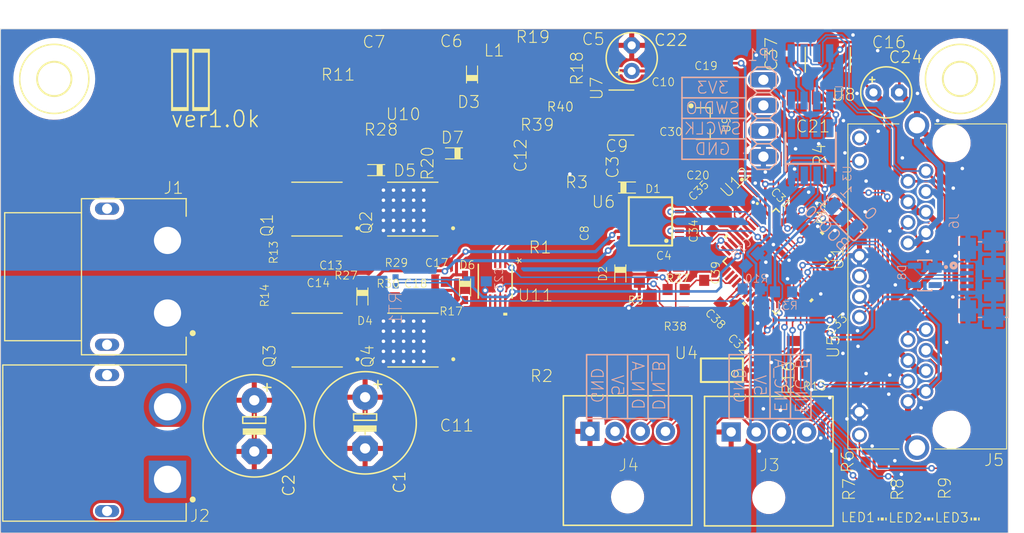
<source format=kicad_pcb>
(kicad_pcb (version 20221018) (generator pcbnew)
  (layers (0 "F.Cu" signal) (31 "B.Cu" signal) (34 "B.Paste" user) (35 "F.Paste" user) (36 "B.SilkS" user "B.Silkscreen") (37 "F.SilkS" user "F.Silkscreen") (38 "B.Mask" user) (39 "F.Mask" user) (44 "Edge.Cuts" user))
  (net 0 "")
  (net 1 "GNDA")
  (net 2 "VCSB")
  (net 3 "VCSA")
  (net 4 "OUT+")
  (net 5 "OUT-")
  (net 6 "VCC")
  (net 7 "AHG")
  (net 8 "ALG")
  (net 9 "BHG")
  (net 10 "BLG")
  (net 11 "N$3")
  (net 12 "N$5")
  (net 13 "N$4")
  (net 14 "N$8")
  (net 15 "+12V")
  (net 16 "N$9")
  (net 17 "N$10")
  (net 18 "N$11")
  (net 19 "LED_GREEN")
  (net 20 "LED_RED")
  (net 21 "CAN_H")
  (net 22 "CAN_L")
  (net 23 "N$17")
  (net 24 "GNDIO")
  (net 25 "N$14")
  (net 26 "N$16")
  (net 27 "CAN_TX")
  (net 28 "CAN_RX")
  (net 29 "5V_ISO")
  (net 30 "LED_CAN")
  (net 31 "N$24")
  (net 32 "N$25")
  (net 33 "~{EMS}")
  (net 34 "+3V3")
  (net 35 "N$26")
  (net 36 "N$28")
  (net 37 "+5V")
  (net 38 "N$27")
  (net 39 "N$30")
  (net 40 "N$32")
  (net 41 "N$33")
  (net 42 "N$1")
  (net 43 "N$2")
  (net 44 "N$34")
  (net 45 "N$35")
  (net 46 "SWDIO")
  (net 47 "SWCLK")
  (net 48 "USB_DM")
  (net 49 "ENC_B")
  (net 50 "APWM")
  (net 51 "BPWM")
  (net 52 "ENC_A")
  (net 53 "VSENSE")
  (net 54 "LED_YELLOW")
  (net 55 "ISENSEA")
  (net 56 "ISENSEB")
  (net 57 "BOOT0")
  (net 58 "OPOUTB")
  (net 59 "OPOUTA")
  (net 60 "TEMP")
  (net 61 "N$22")
  (net 62 "N$23")
  (net 63 "N$29")
  (net 64 "N$31")
  (net 65 "N$6")
  (net 66 "N$7")
  (net 67 "USB_DP")
  (net 68 "DIN_B")
  (net 69 "DIN_A")
  (net 70 "N$12")
  (net 71 "N$13")
  (net 72 "N$18")
  (net 73 "N$20")
  (net 74 "N$15")
  (net 75 "N$19")
  (net 76 "N$21")
  (footprint "shirasu:SOIC8" (layer "F.Cu") (at 138.3611 85.1136 90)
    (fp_text reference "U10")
    (fp_text value "MC34063AD" hide)
  )
  (footprint "shirasu:C0603" (layer "F.Cu") (at 158.0611 99.9836 90)
    (fp_text reference "C8")
    (fp_text value "1u" hide)
  )
  (footprint "shirasu:R0603" (layer "F.Cu") (at 155.8511 93.2936 180)
    (fp_text reference "R3")
    (fp_text value "2" hide)
  )
  (footprint "shirasu:3,2" (layer "F.Cu") (at 193.7211 84.9636)
    (fp_text reference "H1" hide)
    (fp_text value "MOUNT-HOLE3.2" hide)
  )
  (footprint "shirasu:C0603" (layer "F.Cu") (at 131.5011 102.1536 180)
    (fp_text reference "C13")
    (fp_text value "6800p" hide)
  )
  (footprint "shirasu:C0603" (layer "F.Cu") (at 176.7811 82.4436 90)
    (fp_text reference "C37")
    (fp_text value "330n" hide)
  )
  (footprint "shirasu:AMASS_XT60PW-F" (layer "F.Cu") (at 109.0711 104.5936 90)
    (fp_text reference "J1")
    (fp_text value "XT60PW-F" hide)
  )
  (footprint "shirasu:R1206" (layer "F.Cu") (at 131.5011 86.5036)
    (fp_text reference "R11")
    (fp_text value "0.68" hide)
  )
  (footprint "shirasu:SOT89" (layer "F.Cu") (at 160.1011 88.3036 90)
    (fp_text reference "U7")
    (fp_text value "78L12F" hide)
  )
  (footprint "shirasu:CONN4_1744426-4" (layer "F.Cu") (at 164.4911 119.9436 180)
    (fp_text reference "J4")
    (fp_text value "EP2.5-4-SIDE" hide)
  )
  (footprint "shirasu:C0603" (layer "F.Cu") (at 178.8011 87.9036)
    (fp_text reference "C21")
    (fp_text value "100n" hide)
  )
  (footprint "shirasu:CHIP-LED0603" (layer "F.Cu") (at 190.6111 128.4936 180)
    (fp_text reference "LED2")
    (fp_text value "YELLOW" hide)
  )
  (footprint "shirasu:C0603" (layer "F.Cu") (at 169.7311 99.4136 -135)
    (fp_text reference "C34")
    (fp_text value "10n" hide)
  )
  (footprint "shirasu:R0603" (layer "F.Cu") (at 153.8811 81.6936 -90)
    (fp_text reference "R19")
    (fp_text value "1.2k" hide)
  )
  (footprint "shirasu:C1210" (layer "F.Cu") (at 147.4811 91.9236 90)
    (fp_text reference "C12")
    (fp_text value "10u" hide)
  )
  (footprint "shirasu:E2,5-5" (layer "F.Cu") (at 186.4011 86.3036)
    (fp_text reference "C24")
    (fp_text value "47u")
  )
  (footprint "shirasu:C0603" (layer "F.Cu") (at 139.8111 106.6736 180)
    (fp_text reference "C18")
    (fp_text value "6800p" hide)
  )
  (footprint "shirasu:SOD323_ST" (layer "F.Cu") (at 135.7811 94.0136 180)
    (fp_text reference "D5")
    (fp_text value "PMEG6010CEJ,115" hide)
  )
  (footprint "shirasu:C1210" (layer "F.Cu") (at 143.6411 116.7736 180)
    (fp_text reference "C11")
    (fp_text value "10u" hide)
  )
  (footprint "shirasu:SOPADVANCE" (layer "F.Cu") (at 139.4111 97.8836 180)
    (fp_text reference "Q2")
    (fp_text value "TPH1R405PL,L1Q" hide)
  )
  (footprint "shirasu:SOPADVANCE" (layer "F.Cu") (at 129.9011 97.8836 180)
    (fp_text reference "Q1")
    (fp_text value "TPH1R405PL,L1Q" hide)
  )
  (footprint "shirasu:R0603" (layer "F.Cu") (at 175.0211 115.3736 90)
    (fp_text reference "R16")
    (fp_text value "470" hide)
  )
  (footprint "shirasu:C0603" (layer "F.Cu") (at 164.7211 87.4936 -90)
    (fp_text reference "C10")
    (fp_text value "100n" hide)
  )
  (footprint "shirasu:C0603" (layer "F.Cu") (at 168.6111 97.0136 -135)
    (fp_text reference "C35")
    (fp_text value "1u" hide)
  )
  (footprint "shirasu:C0603" (layer "F.Cu") (at 162.3611 91.8136)
    (fp_text reference "C9")
    (fp_text value "330n" hide)
  )
  (footprint "shirasu:SOD323_ST" (layer "F.Cu") (at 144.6011 105.6536 -90)
    (fp_text reference "D6")
    (fp_text value "PMEG6010CEJ,115" hide)
  )
  (footprint "shirasu:R0603" (layer "F.Cu") (at 165.4711 108.1036)
    (fp_text reference "R38")
    (fp_text value "1k" hide)
  )
  (footprint "shirasu:R0603" (layer "F.Cu") (at 136.0311 92.0236)
    (fp_text reference "R28")
    (fp_text value "2" hide)
  )
  (footprint "shirasu:R0603" (layer "F.Cu") (at 128.1011 102.1536 180)
    (fp_text reference "R13")
    (fp_text value "2")
  )
  (footprint "shirasu:CHIP-LED0603" (layer "F.Cu") (at 186.0011 128.4936 180)
    (fp_text reference "LED1")
    (fp_text value "RED" hide)
  )
  (footprint "shirasu:3,2" (layer "F.Cu") (at 103.8311 84.9636)
    (fp_text reference "H2" hide)
    (fp_text value "MOUNT-HOLE3.2" hide)
  )
  (footprint "shirasu:C0603" (layer "F.Cu") (at 143.4111 83.6136 90)
    (fp_text reference "C6")
    (fp_text value "100p" hide)
  )
  (footprint "shirasu:SOD323_ST" (layer "F.Cu") (at 134.4111 106.5536 -90)
    (fp_text reference "D4")
    (fp_text value "PMEG6010CEJ,115" hide)
  )
  (footprint "shirasu:R0603" (layer "F.Cu") (at 165.5511 105.8636)
    (fp_text reference "R37")
    (fp_text value "1k" hide)
  )
  (footprint "shirasu:CHIP-LED0603" (layer "F.Cu") (at 195.2211 128.4936 180)
    (fp_text reference "LED3")
    (fp_text value "GREEN" hide)
  )
  (footprint "shirasu:C0603" (layer "F.Cu") (at 172.6711 110.2736 -45)
    (fp_text reference "C32")
    (fp_text value "100n" hide)
  )
  (footprint "shirasu:L5852" (layer "F.Cu") (at 149.5511 85.7436 180)
    (fp_text reference "L1")
    (fp_text value "L5852" hide)
  )
  (footprint "shirasu:2512-4PAD" (layer "F.Cu") (at 148.7211 111.3436)
    (fp_text reference "R2")
    (fp_text value "1m" hide)
  )
  (footprint "shirasu:LQFP48-7X7MM" (layer "F.Cu") (at 175.4511 103.0636 -45)
    (fp_text reference "U1")
    (fp_text value "STM32F302_303C2" hide)
  )
  (footprint "shirasu:C0603" (layer "F.Cu") (at 168.0311 92.7336)
    (fp_text reference "C20")
    (fp_text value "1u")
  )
  (footprint "shirasu:C0603" (layer "F.Cu") (at 161.7611 94.0136)
    (fp_text reference "C3")
    (fp_text value "1u" hide)
  )
  (footprint "shirasu:SOD323_ST" (layer "F.Cu") (at 160.0111 104.2636 -90)
    (fp_text reference "D2")
    (fp_text value "PMEG6010CEJ,115" hide)
  )
  (footprint "shirasu:CONN4_1744426-4" (layer "F.Cu") (at 178.5011 120.0036 180)
    (fp_text reference "J3")
    (fp_text value "EP2.5-4-SIDE" hide)
  )
  (footprint "shirasu:R0603" (layer "F.Cu") (at 179.1911 114.1836 180)
    (fp_text reference "R15")
    (fp_text value "10k" hide)
  )
  (footprint "shirasu:SOD323_ST" (layer "F.Cu") (at 143.5011 92.3536 180)
    (fp_text reference "D7")
    (fp_text value "PMEG6010CEJ,115")
  )
  (footprint "shirasu:C0603" (layer "F.Cu") (at 167.8911 85.7736 180)
    (fp_text reference "C19")
    (fp_text value "1u")
  )
  (footprint "shirasu:R0603" (layer "F.Cu") (at 155.3111 90.1136)
    (fp_text reference "R39")
    (fp_text value "1k" hide)
  )
  (footprint "shirasu:SOT95P240X110-3" (layer "F.Cu") (at 168.2311 89.3936)
    (fp_text reference "U9")
    (fp_text value "XC6206" hide)
  )
  (footprint "shirasu:SOT23" (layer "F.Cu") (at 178.3311 110.9736 90)
    (fp_text reference "U5")
    (fp_text value "BSS138BK" hide)
  )
  (footprint "shirasu:R0603" (layer "F.Cu") (at 181.0011 92.3036 -90)
    (fp_text reference "R4")
    (fp_text value "100" hide)
  )
  (footprint "shirasu:C0603" (layer "F.Cu") (at 138.3811 81.3136)
    (fp_text reference "C7")
    (fp_text value "100n" hide)
  )
  (footprint "shirasu:C0603" (layer "F.Cu") (at 141.7511 101.9836 180)
    (fp_text reference "C17")
    (fp_text value "6800p" hide)
  )
  (footprint "shirasu:C0603" (layer "F.Cu") (at 184.1511 82.1536 90)
    (fp_text reference "C16")
    (fp_text value "100n" hide)
  )
  (footprint "shirasu:SOD323_ST" (layer "F.Cu") (at 160.6711 95.7436)
    (fp_text reference "D1")
    (fp_text value "PMEG6010CEJ,115" hide)
  )
  (footprint "shirasu:R0603" (layer "F.Cu") (at 185.2011 123.0036)
    (fp_text reference "R6")
    (fp_text value "180" hide)
  )
  (footprint "shirasu:R0603" (layer "F.Cu") (at 136.7811 106.6836 180)
    (fp_text reference "R30")
    (fp_text value "2" hide)
  )
  (footprint "shirasu:C0603" (layer "F.Cu") (at 130.1511 106.5036 180)
    (fp_text reference "C14")
    (fp_text value "6800p" hide)
  )
  (footprint "shirasu:AMASS_XT60PW-M" (layer "F.Cu") (at 109.0711 121.1036 90)
    (fp_text reference "J2")
    (fp_text value "XT60PW-M" hide)
  )
  (footprint "shirasu:R0603" (layer "F.Cu") (at 189.7811 125.6936 180)
    (fp_text reference "R8")
    (fp_text value "1.2k" hide)
  )
  (footprint "shirasu:E2,5-5" (layer "F.Cu") (at 161.1411 82.9036 90)
    (fp_text reference "C22")
    (fp_text value "47u")
  )
  (footprint "shirasu:CSTNE_GH5L" (layer "F.Cu") (at 172.2011 96.7736 -135)
    (fp_text reference "U12")
    (fp_text value "CSTNE_GH5L" hide)
  )
  (footprint "shirasu:C0603" (layer "F.Cu") (at 157.4111 83.3036 90)
    (fp_text reference "C5")
    (fp_text value "100n" hide)
  )
  (footprint "shirasu:SOPADVANCE" (layer "F.Cu") (at 139.4311 110.8836 180)
    (fp_text reference "Q4")
    (fp_text value "TPH1R405PL,L1Q" hide)
  )
  (footprint "shirasu:R0603" (layer "F.Cu") (at 142.7511 105.9536 -90)
    (fp_text reference "R17")
    (fp_text value "2")
  )
  (footprint "shirasu:C0603" (layer "F.Cu") (at 165.1711 92.1336 -90)
    (fp_text reference "C30")
    (fp_text value "100n" hide)
  )
  (footprint "shirasu:R0603" (layer "F.Cu") (at 143.1011 94.0036 180)
    (fp_text reference "R20")
    (fp_text value "2")
  )
  (footprint "shirasu:C0603" (layer "F.Cu") (at 180.5911 107.1336 45)
    (fp_text reference "C33")
    (fp_text value "100n")
  )
  (footprint "shirasu:E5-10,5" (layer "F.Cu") (at 123.6811 119.3936 -90)
    (fp_text reference "C2")
    (fp_text value "220u")
  )
  (footprint "shirasu:C0603" (layer "F.Cu") (at 164.9511 103.5936 180)
    (fp_text reference "C4")
    (fp_text value "1u" hide)
  )
  (footprint "shirasu:R0603" (layer "F.Cu") (at 132.7211 106.4936 90)
    (fp_text reference "R27")
    (fp_text value "2" hide)
  )
  (footprint "shirasu:R0603" (layer "F.Cu") (at 138.0511 101.9836 180)
    (fp_text reference "R29")
    (fp_text value "2" hide)
  )
  (footprint "shirasu:R0603" (layer "F.Cu") (at 153.8811 84.8736 -90)
    (fp_text reference "R18")
    (fp_text value "3.6k" hide)
  )
  (footprint "shirasu:SOT89" (layer "F.Cu") (at 180.6011 83.0536)
    (fp_text reference "U8")
    (fp_text value "78L05F" hide)
  )
  (footprint "shirasu:SOD323_ST" (layer "F.Cu") (at 145.2911 84.5236 90)
    (fp_text reference "D3")
    (fp_text value "PMEG6010CEJ,115" hide)
  )
  (footprint "shirasu:R0603" (layer "F.Cu") (at 127.1011 106.5036 180)
    (fp_text reference "R14")
    (fp_text value "2")
  )
  (footprint "shirasu:R0603" (layer "F.Cu") (at 185.1711 125.5936 180)
    (fp_text reference "R7")
    (fp_text value "1.2k" hide)
  )
  (footprint "shirasu:R0603" (layer "F.Cu") (at 156.2111 87.1136 90)
    (fp_text reference "R40")
    (fp_text value "10k" hide)
  )
  (footprint "shirasu:R0603" (layer "F.Cu") (at 194.3911 125.5936 180)
    (fp_text reference "R9")
    (fp_text value "1.2k" hide)
  )
  (footprint "shirasu:R0603" (layer "F.Cu") (at 181.2511 98.1036 90)
    (fp_text reference "R12")
    (fp_text value "180" hide)
  )
  (footprint "shirasu:C0603" (layer "F.Cu") (at 168.3311 104.1036 -90)
    (fp_text reference "C39")
    (fp_text value "330p" hide)
  )
  (footprint "shirasu:SOPADVANCE" (layer "F.Cu") (at 129.9211 110.8836 180)
    (fp_text reference "Q3")
    (fp_text value "TPH1R405PL,L1Q" hide)
  )
  (footprint "shirasu:RJHSE538102" (layer "F.Cu") (at 190.3411 109.8536 90)
    (fp_text reference "J5")
    (fp_text value "RJHSE-5381-02" hide)
  )
  (footprint "shirasu:E5-10,5" (layer "F.Cu") (at 134.6811 119.0936 -90)
    (fp_text reference "C1")
    (fp_text value "220u")
  )
  (footprint "shirasu:C0603" (layer "F.Cu") (at 170.5711 107.8736 135)
    (fp_text reference "C38")
    (fp_text value "330p" hide)
  )
  (footprint "shirasu:TSSOP16" (layer "F.Cu") (at 163.0011 99.1036 180)
    (fp_text reference "U6")
    (fp_text value "MIC4606-2YTS-TR" hide)
  )
  (footprint "shirasu:DGS10" (layer "F.Cu") (at 147.5911 105.0436 -90)
    (fp_text reference "U11")
    (fp_text value "INA2181A1IDGSR" hide)
  )
  (footprint "shirasu:C0603" (layer "F.Cu") (at 177.3311 96.0536 135)
    (fp_text reference "C31")
    (fp_text value "100n")
  )
  (footprint "shirasu:MINI-FLAT-4" (layer "F.Cu") (at 170.0911 113.8736 180)
    (fp_text reference "U4")
    (fp_text value "TLP291" hide)
  )
  (footprint "shirasu:R0603" (layer "F.Cu") (at 161.9011 104.3436 -90)
    (fp_text reference "R5")
    (fp_text value "2" hide)
  )
  (footprint "shirasu:2512-4PAD" (layer "F.Cu") (at 148.7211 98.5036 180)
    (fp_text reference "R1")
    (fp_text value "1m")
  )
  (footprint "shirasu:SO08" (layer "B.Cu") (at 178.9011 92.1936 180)
    (fp_text reference "U3")
    (fp_text value "SI8621EC-B-IS" hide)
  )
  (footprint "shirasu:SO08" (layer "B.Cu") (at 178.8811 84.7636 180)
    (fp_text reference "U2")
    (fp_text value "NCV7351D1E" hide)
  )
  (footprint "shirasu:R0603" (layer "B.Cu") (at 173.0011 105.8036 180)
    (fp_text reference "R10")
    (fp_text value "3.3k" hide)
  )
  (footprint "shirasu:AMPHENOL_10118192-0001LF" (layer "B.Cu") (at 194.3811 104.8836 -90)
    (fp_text reference "J6")
    (fp_text value "10118192-0001LF" hide)
  )
  (footprint "shirasu:R0603" (layer "B.Cu") (at 176.2111 106.0936)
    (fp_text reference "R31")
    (fp_text value "1k5" hide)
  )
  (footprint "shirasu:C0603" (layer "B.Cu") (at 145.8511 105.0536)
    (fp_text reference "C23")
    (fp_text value "100n" hide)
  )
  (footprint "shirasu:C0603" (layer "B.Cu") (at 173.0511 102.9036 -135)
    (fp_text reference "C15")
    (fp_text value "1u" hide)
  )
  (footprint "shirasu:THRMC1005X55N" (layer "B.Cu") (at 137.7011 105.0536 90)
    (fp_text reference "RT1")
    (fp_text value "NCP15XH103F03RC" hide)
  )
  (footprint "shirasu:SJ_2" (layer "B.Cu") (at 182.2111 98.6836 -45)
    (fp_text reference "BOOT0")
    (fp_text value "")
  )
  (footprint "shirasu:SOT143" (layer "B.Cu") (at 190.2311 104.4636 -90)
    (fp_text reference "D8")
    (fp_text value "SP0503BAHTG")
  )
  (footprint "shirasu:1X04" (layer "B.Cu") (at 174.2111 88.8636 -90)
    (fp_text reference "JP1")
    (fp_text value "")
  )
  (gr_line (start 174.8671 112.3296) (end 176.8991 112.3296) (stroke (width 0.1524)) (layer "B.SilkS"))
  (gr_line (start 172.4771 86.8456) (end 166.1271 86.8456) (stroke (width 0.1524)) (layer "B.SilkS"))
  (gr_line (start 174.8671 118.6796) (end 176.8991 118.6796) (stroke (width 0.1524)) (layer "B.SilkS"))
  (gr_line (start 172.4771 88.8776) (end 166.1271 88.8776) (stroke (width 0.1524)) (layer "B.SilkS"))
  (gr_line (start 172.4771 84.8136) (end 166.1271 84.8136) (stroke (width 0.1524)) (layer "B.SilkS"))
  (gr_line (start 166.1271 90.9096) (end 166.1271 88.8776) (stroke (width 0.1524)) (layer "B.SilkS"))
  (gr_line (start 172.4771 86.8456) (end 172.4771 84.8136) (stroke (width 0.1524)) (layer "B.SilkS"))
  (gr_line (start 172.4771 90.9096) (end 172.4771 88.8776) (stroke (width 0.1524)) (layer "B.SilkS"))
  (gr_line (start 164.7911 118.6796) (end 164.7911 112.3296) (stroke (width 0.1524)) (layer "B.SilkS"))
  (gr_line (start 156.6631 112.3296) (end 158.6951 112.3296) (stroke (width 0.1524)) (layer "B.SilkS"))
  (gr_line (start 176.8991 118.6796) (end 176.8991 112.3296) (stroke (width 0.1524)) (layer "B.SilkS"))
  (gr_line (start 170.8031 118.6796) (end 172.8351 118.6796) (stroke (width 0.1524)) (layer "B.SilkS"))
  (gr_line (start 158.6951 112.3296) (end 160.7271 112.3296) (stroke (width 0.1524)) (layer "B.SilkS"))
  (gr_line (start 158.6951 118.6796) (end 158.6951 112.3296) (stroke (width 0.1524)) (layer "B.SilkS"))
  (gr_line (start 158.6951 118.6796) (end 160.7271 118.6796) (stroke (width 0.1524)) (layer "B.SilkS"))
  (gr_line (start 162.7591 118.6796) (end 164.7911 118.6796) (stroke (width 0.1524)) (layer "B.SilkS"))
  (gr_line (start 170.8031 112.3296) (end 170.8031 118.6796) (stroke (width 0.1524)) (layer "B.SilkS"))
  (gr_line (start 172.8351 118.6796) (end 172.8351 112.3296) (stroke (width 0.1524)) (layer "B.SilkS"))
  (gr_line (start 172.4771 92.9416) (end 172.4771 90.9096) (stroke (width 0.1524)) (layer "B.SilkS"))
  (gr_line (start 160.7271 118.6796) (end 160.7271 112.3296) (stroke (width 0.1524)) (layer "B.SilkS"))
  (gr_line (start 156.6631 112.3296) (end 156.6631 118.6796) (stroke (width 0.1524)) (layer "B.SilkS"))
  (gr_line (start 162.7591 118.6796) (end 162.7591 112.3296) (stroke (width 0.1524)) (layer "B.SilkS"))
  (gr_line (start 176.8991 118.6796) (end 178.9311 118.6796) (stroke (width 0.1524)) (layer "B.SilkS"))
  (gr_line (start 156.6631 118.6796) (end 158.6951 118.6796) (stroke (width 0.1524)) (layer "B.SilkS"))
  (gr_line (start 170.8031 112.3296) (end 172.8351 112.3296) (stroke (width 0.1524)) (layer "B.SilkS"))
  (gr_line (start 172.8351 112.3296) (end 174.8671 112.3296) (stroke (width 0.1524)) (layer "B.SilkS"))
  (gr_line (start 176.8991 112.3296) (end 178.9311 112.3296) (stroke (width 0.1524)) (layer "B.SilkS"))
  (gr_line (start 160.7271 118.6796) (end 162.7591 118.6796) (stroke (width 0.1524)) (layer "B.SilkS"))
  (gr_line (start 172.8351 118.6796) (end 174.8671 118.6796) (stroke (width 0.1524)) (layer "B.SilkS"))
  (gr_line (start 166.1271 88.8776) (end 166.1271 86.8456) (stroke (width 0.1524)) (layer "B.SilkS"))
  (gr_line (start 166.1271 86.8456) (end 166.1271 84.8136) (stroke (width 0.1524)) (layer "B.SilkS"))
  (gr_line (start 160.7271 112.3296) (end 162.7591 112.3296) (stroke (width 0.1524)) (layer "B.SilkS"))
  (gr_line (start 162.7591 112.3296) (end 164.7911 112.3296) (stroke (width 0.1524)) (layer "B.SilkS"))
  (gr_line (start 178.9311 118.6796) (end 178.9311 112.3296) (stroke (width 0.1524)) (layer "B.SilkS"))
  (gr_line (start 172.4771 90.9096) (end 166.1271 90.9096) (stroke (width 0.1524)) (layer "B.SilkS"))
  (gr_line (start 166.1271 92.9416) (end 172.4771 92.9416) (stroke (width 0.1524)) (layer "B.SilkS"))
  (gr_line (start 174.8671 118.6796) (end 174.8671 112.3296) (stroke (width 0.1524)) (layer "B.SilkS"))
  (gr_line (start 166.1271 92.9416) (end 166.1271 90.9096) (stroke (width 0.1524)) (layer "B.SilkS"))
  (gr_line (start 172.4771 88.8776) (end 172.4771 86.8456) (stroke (width 0.1524)) (layer "B.SilkS"))
  (gr_line (start 198.5011 130.0036) (end 198.5011 80.0036) (stroke (width 0.05)) (layer "Edge.Cuts"))
  (gr_line (start 98.5011 130.0036) (end 198.5011 130.0036) (stroke (width 0.05)) (layer "Edge.Cuts"))
  (gr_line (start 198.5011 80.0036) (end 98.5011 80.0036) (stroke (width 0.05)) (layer "Edge.Cuts"))
  (gr_line (start 98.5011 80.0036) (end 98.5011 130.0036) (stroke (width 0.05)) (layer "Edge.Cuts"))
  (gr_text "3V3" (at 169.1751 85.8296) (layer "B.SilkS") (effects (font (size 1.1684 1.1684) (thickness 0.1016)) (justify mirror)))
  (gr_text "5V" (at 159.7111 115.3776 -90) (layer "B.SilkS") (effects (font (size 1.1684 1.1684) (thickness 0.1016)) (justify mirror)))
  (gr_text "GND" (at 171.8191 115.3776 -90) (layer "B.SilkS") (effects (font (size 1.1684 1.1684) (thickness 0.1016)) (justify mirror)))
  (gr_text "DIN_A" (at 161.7431 115.3776 -90) (layer "B.SilkS") (effects (font (size 1.1684 1.1684) (thickness 0.1016)) (justify mirror)))
  (gr_text "ENC_B" (at 177.9151 115.3776 -90) (layer "B.SilkS") (effects (font (size 1.1684 1.1684) (thickness 0.1016)) (justify mirror)))
  (gr_text "0" (at 184.8251 98.3256 -45) (layer "B.SilkS") (effects (font (size 1.1684 1.1684) (thickness 0.1016)) (justify mirror)))
  (gr_text "DIN_B" (at 163.7751 115.3776 -90) (layer "B.SilkS") (effects (font (size 1.1684 1.1684) (thickness 0.1016)) (justify mirror)))
  (gr_text "5V" (at 173.8511 115.3776 -90) (layer "B.SilkS") (effects (font (size 1.1684 1.1684) (thickness 0.1016)) (justify mirror)))
  (gr_text "GND" (at 169.1751 91.9256) (layer "B.SilkS") (effects (font (size 1.1684 1.1684) (thickness 0.1016)) (justify mirror)))
  (gr_text "GND" (at 157.6791 115.3776 -90) (layer "B.SilkS") (effects (font (size 1.1684 1.1684) (thickness 0.1016)) (justify mirror)))
  (gr_text "1" (at 182.4751 96.1256 -45) (layer "B.SilkS") (effects (font (size 1.1684 1.1684) (thickness 0.1016)) (justify mirror)))
  (gr_text "ENC_A" (at 175.8831 115.3776 -90) (layer "B.SilkS") (effects (font (size 1.1684 1.1684) (thickness 0.1016)) (justify mirror)))
  (gr_text "SWCLK" (at 169.1751 89.8936) (layer "B.SilkS") (effects (font (size 1.1684 1.1684) (thickness 0.1016)) (justify mirror)))
  (gr_text "SWDIO" (at 169.1751 87.8616) (layer "B.SilkS") (effects (font (size 1.1684 1.1684) (thickness 0.1016)) (justify mirror)))
  (gr_text "ver1.0k" (at 115.3011 89.9036) (layer "F.SilkS") (effects (font (size 1.63576 1.63576) (thickness 0.14224)) (justify left bottom)))
  (gr_text "魚氷" (at 115.25 87.75) (layer "F.SilkS") (effects (font (size 5 2.5) (thickness 0.5) bold) (justify left bottom)))
  (segment (start 177.3943 97.938419) (end 176.865312 98.467407) (width 0.254) (layer "F.Cu") (net 1))
  (segment (start 170.33214 98.81256) (end 169.21214 97.69256) (width 0.254) (layer "F.Cu") (net 1))
  (segment (start 173.581203 109.123497) (end 173.581203 108.111929) (width 0.254) (layer "F.Cu") (net 1))
  (segment (start 177.93214 96.654644) (end 177.891906 96.654644) (width 0.254) (layer "F.Cu") (net 1))
  (segment (start 171.915565 100.588729) (end 170.33214 99.005304) (width 0.254) (layer "F.Cu") (net 1))
  (segment (start 179.990056 107.734644) (end 179.990056 106.214644) (width 0.254) (layer "F.Cu") (net 1))
  (segment (start 179.990056 106.214644) (end 180.5947 105.61) (width 0.254) (layer "F.Cu") (net 1))
  (segment (start 164.6811 88.3036) (end 164.7211 88.3436) (width 0.254) (layer "F.Cu") (net 1))
  (segment (start 169.21214 97.69256) (end 169.21214 96.41256) (width 0.254) (layer "F.Cu") (net 1))
  (segment (start 170.33214 99.005304) (end 170.33214 98.81256) (width 0.254) (layer "F.Cu") (net 1))
  (segment (start 180.5947 105.61) (end 180.5947 105.025222) (width 0.254) (layer "F.Cu") (net 1))
  (segment (start 174.033334 107.659797) (end 173.581203 108.111929) (width 0.254) (layer "F.Cu") (net 1))
  (segment (start 158.0611 100.8336) (end 158.0611 100.5936) (width 0.254) (layer "F.Cu") (net 1))
  (segment (start 146.5911 105.9636) (end 146.6011 105.9536) (width 0.1524) (layer "F.Cu") (net 1))
  (segment (start 159.2261 99.4286) (end 160.1261 99.4286) (width 0.254) (layer "F.Cu") (net 1))
  (segment (start 161.8281 88.3036) (end 164.6811 88.3036) (width 0.254) (layer "F.Cu") (net 1))
  (segment (start 159.2261 99.4286) (end 158.0611 100.5936) (width 0.254) (layer "F.Cu") (net 1))
  (segment (start 173.03214 109.67256) (end 173.581203 109.123497) (width 0.254) (layer "F.Cu") (net 1))
  (segment (start 139.2311 81.4786) (end 140.9611 83.2086) (width 0.3048) (layer "F.Cu") (net 1))
  (segment (start 177.3943 97.15225) (end 177.3943 97.938419) (width 0.254) (layer "F.Cu") (net 1))
  (segment (start 174.036884 107.659797) (end 174.033334 107.659797) (width 0.254) (layer "F.Cu") (net 1))
  (segment (start 139.2311 81.3136) (end 139.2311 81.4786) (width 0.3048) (layer "F.Cu") (net 1))
  (segment (start 146.5911 107.1391) (end 146.5911 105.9636) (width 0.1524) (layer "F.Cu") (net 1))
  (segment (start 177.891906 96.654644) (end 177.3943 97.15225) (width 0.254) (layer "F.Cu") (net 1))
  (segment (start 180.5947 105.025222) (end 180.047293 104.477816) (width 0.254) (layer "F.Cu") (net 1))
  (segment (start 172.070056 109.67256) (end 173.03214 109.67256) (width 0.254) (layer "F.Cu") (net 1))
  (via (at 174.2011 117.7036) (size 0.6548) (drill 0.35) (layers "F.Cu" "B.Cu") (net 1))
  (via (at 193.2511 102.5536) (size 0.6548) (drill 0.35) (layers "F.Cu" "B.Cu") (net 1))
  (via (at 184.4011 114.2036) (size 0.6548) (drill 0.35) (layers "F.Cu" "B.Cu") (net 1))
  (via (at 183.1011 80.6036) (size 0.6548) (drill 0.35) (layers "F.Cu" "B.Cu") (net 1))
  (via (at 178.6511 112.9036) (size 0.6548) (drill 0.35) (layers "F.Cu" "B.Cu") (net 1))
  (via (at 173.2011 97.2036) (size 0.6548) (drill 0.35) (layers "F.Cu" "B.Cu") (net 1))
  (via (at 179.9011 120.6036) (size 0.6548) (drill 0.35) (layers "F.Cu" "B.Cu") (net 1))
  (via (at 186.7511 100.0536) (size 0.6548) (drill 0.35) (layers "F.Cu" "B.Cu") (net 1))
  (via (at 187.1011 125.6036) (size 0.6548) (drill 0.35) (layers "F.Cu" "B.Cu") (net 1))
  (via (at 187.9011 124.2036) (size 0.6548) (drill 0.35) (layers "F.Cu" "B.Cu") (net 1))
  (via (at 182.7011 122.7036) (size 0.6548) (drill 0.35) (layers "F.Cu" "B.Cu") (net 1))
  (via (at 184.3011 98.1536) (size 0.6548) (drill 0.35) (layers "F.Cu" "B.Cu") (net 1))
  (via (at 185.0011 121.4036) (size 0.6548) (drill 0.35) (layers "F.Cu" "B.Cu") (net 1))
  (via (at 181.0011 121.9036) (size 0.6548) (drill 0.35) (layers "F.Cu" "B.Cu") (net 1))
  (via (at 175.0011 113.1036) (size 0.6548) (drill 0.35) (layers "F.Cu" "B.Cu") (net 1))
  (via (at 182.1011 112.2036) (size 0.6548) (drill 0.35) (layers "F.Cu" "B.Cu") (net 1))
  (via (at 176.7511 102.9536) (size 0.6548) (drill 0.35) (layers "F.Cu" "B.Cu") (net 1))
  (via (at 173.4011 95.3036) (size 0.6548) (drill 0.35) (layers "F.Cu" "B.Cu") (net 1))
  (via (at 184.4011 95.1036) (size 0.6548) (drill 0.35) (layers "F.Cu" "B.Cu") (net 1))
  (via (at 189.8511 117.6036) (size 0.6548) (drill 0.35) (layers "F.Cu" "B.Cu") (net 1))
  (via (at 191.5011 89.1036) (size 0.6548) (drill 0.35) (layers "F.Cu" "B.Cu") (net 1))
  (via (at 179.5011 97.3036) (size 0.6548) (drill 0.35) (layers "F.Cu" "B.Cu") (net 1))
  (via (at 177.3011 93.9036) (size 0.6548) (drill 0.35) (layers "F.Cu" "B.Cu") (net 1))
  (via (at 193.0011 106.6036) (size 0.6548) (drill 0.35) (layers "F.Cu" "B.Cu") (net 1))
  (via (at 180.8011 116.6036) (size 0.6548) (drill 0.35) (layers "F.Cu" "B.Cu") (net 1))
  (via (at 173.5011 82.6036) (size 0.6548) (drill 0.35) (layers "F.Cu" "B.Cu") (net 1))
  (via (at 175.2011 101.4036) (size 0.6548) (drill 0.35) (layers "F.Cu" "B.Cu") (net 1))
  (via (at 181.3011 100.0036) (size 0.6548) (drill 0.35) (layers "F.Cu" "B.Cu") (net 1))
  (via (at 183.5011 86.4036) (size 0.6548) (drill 0.35) (layers "F.Cu" "B.Cu") (net 1))
  (via (at 184.6011 105.5036) (size 0.6548) (drill 0.35) (layers "F.Cu" "B.Cu") (net 1))
  (via (at 179.6011 99.6036) (size 0.6548) (drill 0.35) (layers "F.Cu" "B.Cu") (net 1))
  (via (at 189.5011 86.4036) (size 0.6548) (drill 0.35) (layers "F.Cu" "B.Cu") (net 1))
  (via (at 174.5511 104.5036) (size 0.6548) (drill 0.35) (layers "F.Cu" "B.Cu") (net 1))
  (via (at 185.5511 82.1536) (size 0.6548) (drill 0.35) (layers "F.Cu" "B.Cu") (net 1))
  (via (at 146.6011 105.9536) (size 0.6548) (drill 0.35) (layers "F.Cu" "B.Cu") (net 1))
  (via (at 192.4011 111.1036) (size 0.6548) (drill 0.35) (layers "F.Cu" "B.Cu") (net 1))
  (via (at 182.1011 108.3036) (size 0.6548) (drill 0.35) (layers "F.Cu" "B.Cu") (net 1))
  (via (at 177.4011 91.9036) (size 0.6548) (drill 0.35) (layers "F.Cu" "B.Cu") (net 1))
  (via (at 180.8011 102.5036) (size 0.6548) (drill 0.35) (layers "F.Cu" "B.Cu") (net 1))
  (via (at 185.6011 90.1536) (size 0.6548) (drill 0.35) (layers "F.Cu" "B.Cu") (net 1))
  (via (at 187.2511 122.8536) (size 0.6548) (drill 0.35) (layers "F.Cu" "B.Cu") (net 1))
  (via (at 179.9011 106.3036) (size 0.6548) (drill 0.35) (layers "F.Cu" "B.Cu") (net 1))
  (via (at 182.5011 118.7036) (size 0.6548) (drill 0.35) (layers "F.Cu" "B.Cu") (net 1))
  (via (at 179.0011 115.8036) (size 0.6548) (drill 0.35) (layers "F.Cu" "B.Cu") (net 1))
  (via (at 175.9011 117.8536) (size 0.6548) (drill 0.35) (layers "F.Cu" "B.Cu") (net 1))
  (via (at 173.6511 109.2036) (size 0.6548) (drill 0.35) (layers "F.Cu" "B.Cu") (net 1))
  (via (at 176.6011 104.8036) (size 0.6548) (drill 0.35) (layers "F.Cu" "B.Cu") (net 1))
  (via (at 174.4011 94.2036) (size 0.6548) (drill 0.35) (layers "F.Cu" "B.Cu") (net 1))
  (via (at 182.1511 89.1036) (size 0.6548) (drill 0.35) (layers "F.Cu" "B.Cu") (net 1))
  (via (at 183.6011 111.5036) (size 0.6548) (drill 0.35) (layers "F.Cu" "B.Cu") (net 1))
  (via (at 193.9511 93.8536) (size 0.6548) (drill 0.35) (layers "F.Cu" "B.Cu") (net 1))
  (via (at 182.3011 92.3036) (size 0.6548) (drill 0.35) (layers "F.Cu" "B.Cu") (net 1))
  (via (at 186.7511 114.3536) (size 0.6548) (drill 0.35) (layers "F.Cu" "B.Cu") (net 1))
  (via (at 187.3011 105.4036) (size 0.6548) (drill 0.35) (layers "F.Cu" "B.Cu") (net 1))
  (via (at 174.4511 103.1536) (size 0.6548) (drill 0.35) (layers "F.Cu" "B.Cu") (net 1))
  (via (at 183.5511 109.9536) (size 0.6548) (drill 0.35) (layers "F.Cu" "B.Cu") (net 1))
  (via (at 178.7011 96.2036) (size 0.6548) (drill 0.35) (layers "F.Cu" "B.Cu") (net 1))
  (via (at 179.7011 91.4036) (size 0.6548) (drill 0.35) (layers "F.Cu" "B.Cu") (net 1))
  (via (at 173.8011 121.9036) (size 0.6548) (drill 0.35) (layers "F.Cu" "B.Cu") (net 1))
  (via (at 186.6511 116.2536) (size 0.6548) (drill 0.35) (layers "F.Cu" "B.Cu") (net 1))
  (via (at 190.5011 102.1036) (size 0.6548) (drill 0.35) (layers "F.Cu" "B.Cu") (net 1))
  (via (at 188.0011 92.8036) (size 0.6548) (drill 0.35) (layers "F.Cu" "B.Cu") (net 1))
  (via (at 177.2011 121.0036) (size 0.6548) (drill 0.35) (layers "F.Cu" "B.Cu") (net 1))
  (via (at 193.0511 95.8036) (size 0.6548) (drill 0.35) (layers "F.Cu" "B.Cu") (net 1))
  (segment (start 146.6011 105.1536) (end 146.7011 105.0536) (width 0.1524) (layer "B.Cu") (net 1))
  (segment (start 177.3011 93.9036) (end 177.3011 94.2386) (width 0.2) (layer "B.Cu") (net 1))
  (segment (start 177.3011 94.2386) (end 176.9961 94.5436) (width 0.2) (layer "B.Cu") (net 1))
  (segment (start 146.6011 105.9536) (end 146.6011 105.1536) (width 0.1524) (layer "B.Cu") (net 1))
  (segment (start 140.6611 106.65755) (end 140.6611 106.6736) (width 0.3048) (layer "F.Cu") (net 2))
  (segment (start 142.1811 110.2486) (end 141.87005 110.2486) (width 0.3048) (layer "F.Cu") (net 2))
  (segment (start 141.87005 110.2486) (end 141.1333 109.51185) (width 0.3048) (layer "F.Cu") (net 2))
  (segment (start 141.1333 107.12975) (end 140.6611 106.65755) (width 0.3048) (layer "F.Cu") (net 2))
  (segment (start 145.6711 113.1736) (end 145.5011 113.0036) (width 0.3048) (layer "F.Cu") (net 2))
  (segment (start 141.1333 109.51185) (end 141.1333 107.12975) (width 0.3048) (layer "F.Cu") (net 2))
  (segment (start 142.1611 99.7886) (end 142.6011 100.2286) (width 0.3048) (layer "F.Cu") (net 3))
  (segment (start 142.6011 100.2286) (end 142.6011 101.9836) (width 0.3048) (layer "F.Cu") (net 3))
  (segment (start 136.5011 99.8286) (end 136.5011 101.2836) (width 0.3048) (layer "F.Cu") (net 4))
  (segment (start 136.5011 101.2836) (end 137.2011 101.9836) (width 0.3048) (layer "F.Cu") (net 4))
  (segment (start 136.4611 99.7886) (end 136.5011 99.8286) (width 0.3048) (layer "F.Cu") (net 4))
  (segment (start 155.0011 94.4036) (end 155.0011 93.2936) (width 0.3048) (layer "F.Cu") (net 4))
  (via (at 140.5011 98.0036) (size 0.6548) (drill 0.35) (layers "F.Cu" "B.Cu") (net 4))
  (via (at 138.5011 100.0036) (size 0.6548) (drill 0.35) (layers "F.Cu" "B.Cu") (net 4))
  (via (at 136.5011 97.0036) (size 0.6548) (drill 0.35) (layers "F.Cu" "B.Cu") (net 4))
  (via (at 137.5011 97.0036) (size 0.6548) (drill 0.35) (layers "F.Cu" "B.Cu") (net 4))
  (via (at 136.5011 96.0036) (size 0.6548) (drill 0.35) (layers "F.Cu" "B.Cu") (net 4))
  (via (at 140.5011 99.0036) (size 0.6548) (drill 0.35) (layers "F.Cu" "B.Cu") (net 4))
  (via (at 139.5011 98.0036) (size 0.6548) (drill 0.35) (layers "F.Cu" "B.Cu") (net 4))
  (via (at 138.5011 98.0036) (size 0.6548) (drill 0.35) (layers "F.Cu" "B.Cu") (net 4))
  (via (at 140.5011 97.0036) (size 0.6548) (drill 0.35) (layers "F.Cu" "B.Cu") (net 4))
  (via (at 137.5011 100.0036) (size 0.6548) (drill 0.35) (layers "F.Cu" "B.Cu") (net 4))
  (via (at 137.5011 99.0036) (size 0.6548) (drill 0.35) (layers "F.Cu" "B.Cu") (net 4))
  (via (at 139.5011 96.0036) (size 0.6548) (drill 0.35) (layers "F.Cu" "B.Cu") (net 4))
  (via (at 138.5011 96.0036) (size 0.6548) (drill 0.35) (layers "F.Cu" "B.Cu") (net 4))
  (via (at 139.5011 99.0036) (size 0.6548) (drill 0.35) (layers "F.Cu" "B.Cu") (net 4))
  (via (at 137.5011 98.0036) (size 0.6548) (drill 0.35) (layers "F.Cu" "B.Cu") (net 4))
  (via (at 155.0011 94.4036) (size 0.6548) (drill 0.35) (layers "F.Cu" "B.Cu") (net 4))
  (via (at 140.5011 96.0036) (size 0.6548) (drill 0.35) (layers "F.Cu" "B.Cu") (net 4))
  (via (at 137.5011 96.0036) (size 0.6548) (drill 0.35) (layers "F.Cu" "B.Cu") (net 4))
  (via (at 136.5011 99.0036) (size 0.6548) (drill 0.35) (layers "F.Cu" "B.Cu") (net 4))
  (via (at 136.5011 98.0036) (size 0.6548) (drill 0.35) (layers "F.Cu" "B.Cu") (net 4))
  (via (at 139.5011 97.0036) (size 0.6548) (drill 0.35) (layers "F.Cu" "B.Cu") (net 4))
  (via (at 138.5011 99.0036) (size 0.6548) (drill 0.35) (layers "F.Cu" "B.Cu") (net 4))
  (via (at 139.5011 100.0036) (size 0.6548) (drill 0.35) (layers "F.Cu" "B.Cu") (net 4))
  (via (at 138.5011 97.0036) (size 0.6548) (drill 0.35) (layers "F.Cu" "B.Cu") (net 4))
  (via (at 136.5011 100.0036) (size 0.6548) (drill 0.35) (layers "F.Cu" "B.Cu") (net 4))
  (via (at 140.5011 100.0036) (size 0.6548) (drill 0.35) (layers "F.Cu" "B.Cu") (net 4))
  (segment (start 132.6711 110.2486) (end 132.36005 110.2486) (width 0.3048) (layer "F.Cu") (net 5))
  (segment (start 160.8511 107.7036) (end 160.8511 107.6536) (width 0.3048) (layer "F.Cu") (net 5))
  (segment (start 135.9311 108.4286) (end 136.4811 108.9786) (width 0.3048) (layer "F.Cu") (net 5))
  (segment (start 131.5509 107.0534) (end 131.5509 109.43945) (width 0.3048) (layer "F.Cu") (net 5))
  (segment (start 161.9011 105.1936) (end 161.9011 106.6036) (width 0.3048) (layer "F.Cu") (net 5))
  (segment (start 131.5509 107.0534) (end 131.0011 106.5036) (width 0.3048) (layer "F.Cu") (net 5))
  (segment (start 161.9011 106.6036) (end 160.8511 107.6536) (width 0.3048) (layer "F.Cu") (net 5))
  (segment (start 132.36005 110.2486) (end 131.5509 109.43945) (width 0.3048) (layer "F.Cu") (net 5))
  (segment (start 135.9311 106.6836) (end 135.9311 108.4286) (width 0.3048) (layer "F.Cu") (net 5))
  (via (at 138.5011 113.0036) (size 0.6548) (drill 0.35) (layers "F.Cu" "B.Cu") (net 5))
  (via (at 140.5011 109.0036) (size 0.6548) (drill 0.35) (layers "F.Cu" "B.Cu") (net 5))
  (via (at 138.5011 109.0036) (size 0.6548) (drill 0.35) (layers "F.Cu" "B.Cu") (net 5))
  (via (at 136.5011 111.0036) (size 0.6548) (drill 0.35) (layers "F.Cu" "B.Cu") (net 5))
  (via (at 139.5011 109.0036) (size 0.6548) (drill 0.35) (layers "F.Cu" "B.Cu") (net 5))
  (via (at 136.5011 112.0036) (size 0.6548) (drill 0.35) (layers "F.Cu" "B.Cu") (net 5))
  (via (at 137.5011 111.0036) (size 0.6548) (drill 0.35) (layers "F.Cu" "B.Cu") (net 5))
  (via (at 140.5011 110.0036) (size 0.6548) (drill 0.35) (layers "F.Cu" "B.Cu") (net 5))
  (via (at 138.5011 111.0036) (size 0.6548) (drill 0.35) (layers "F.Cu" "B.Cu") (net 5))
  (via (at 136.5011 113.0036) (size 0.6548) (drill 0.35) (layers "F.Cu" "B.Cu") (net 5))
  (via (at 136.5011 110.0036) (size 0.6548) (drill 0.35) (layers "F.Cu" "B.Cu") (net 5))
  (via (at 139.5011 113.0036) (size 0.6548) (drill 0.35) (layers "F.Cu" "B.Cu") (net 5))
  (via (at 137.5011 113.0036) (size 0.6548) (drill 0.35) (layers "F.Cu" "B.Cu") (net 5))
  (via (at 140.5011 112.0036) (size 0.6548) (drill 0.35) (layers "F.Cu" "B.Cu") (net 5))
  (via (at 139.5011 112.0036) (size 0.6548) (drill 0.35) (layers "F.Cu" "B.Cu") (net 5))
  (via (at 137.5011 109.0036) (size 0.6548) (drill 0.35) (layers "F.Cu" "B.Cu") (net 5))
  (via (at 160.8511 107.7036) (size 0.6548) (drill 0.35) (layers "F.Cu" "B.Cu") (net 5))
  (via (at 140.5011 113.0036) (size 0.6548) (drill 0.35) (layers "F.Cu" "B.Cu") (net 5))
  (via (at 138.5011 110.0036) (size 0.6548) (drill 0.35) (layers "F.Cu" "B.Cu") (net 5))
  (via (at 136.5011 109.0036) (size 0.6548) (drill 0.35) (layers "F.Cu" "B.Cu") (net 5))
  (via (at 137.5011 112.0036) (size 0.6548) (drill 0.35) (layers "F.Cu" "B.Cu") (net 5))
  (via (at 139.5011 110.0036) (size 0.6548) (drill 0.35) (layers "F.Cu" "B.Cu") (net 5))
  (via (at 139.5011 111.0036) (size 0.6548) (drill 0.35) (layers "F.Cu" "B.Cu") (net 5))
  (via (at 138.5011 112.0036) (size 0.6548) (drill 0.35) (layers "F.Cu" "B.Cu") (net 5))
  (via (at 137.5011 110.0036) (size 0.6548) (drill 0.35) (layers "F.Cu" "B.Cu") (net 5))
  (via (at 140.5011 111.0036) (size 0.6548) (drill 0.35) (layers "F.Cu" "B.Cu") (net 5))
  (segment (start 135.7361 84.5036) (end 132.0791 84.5036) (width 0.3048) (layer "F.Cu") (net 6))
  (segment (start 156.1411 86.3636) (end 155.3511 87.1536) (width 0.254) (layer "F.Cu") (net 6))
  (segment (start 157.0611 86.2636) (end 157.6021 86.8046) (width 0.254) (layer "F.Cu") (net 6))
  (segment (start 147.4811 90.5236) (end 130.9811 90.5236) (width 0.8128) (layer "F.Cu") (net 6))
  (segment (start 147.4811 90.5236) (end 148.0111 91.0536) (width 0.254) (layer "F.Cu") (net 6))
  (segment (start 157.6021 86.8046) (end 162.0821 86.8046) (width 0.254) (layer "F.Cu") (net 6))
  (segment (start 156.2111 86.2636) (end 157.0611 86.2636) (width 0.254) (layer "F.Cu") (net 6))
  (segment (start 130.9811 90.5236) (end 129.3511 92.1536) (width 0.8128) (layer "F.Cu") (net 6))
  (segment (start 136.4011 84.6036) (end 135.8861 84.6036) (width 0.3048) (layer "F.Cu") (net 6))
  (segment (start 156.2111 86.3636) (end 156.2111 86.2636) (width 0.254) (layer "F.Cu") (net 6))
  (segment (start 135.8861 84.6036) (end 135.7611 84.4786) (width 0.3048) (layer "F.Cu") (net 6))
  (segment (start 132.0791 84.5036) (end 130.0791 86.5036) (width 0.3048) (layer "F.Cu") (net 6))
  (segment (start 155.3511 87.1536) (end 155.3511 91.0536) (width 0.254) (layer "F.Cu") (net 6))
  (segment (start 156.1411 86.3636) (end 156.2111 86.3636) (width 0.254) (layer "F.Cu") (net 6))
  (segment (start 164.5601 86.8046) (end 164.7211 86.6436) (width 0.254) (layer "F.Cu") (net 6))
  (segment (start 162.0821 86.8046) (end 164.5601 86.8046) (width 0.254) (layer "F.Cu") (net 6))
  (segment (start 135.7611 84.4786) (end 135.7361 84.5036) (width 0.3048) (layer "F.Cu") (net 6))
  (segment (start 155.3511 91.0536) (end 148.0111 91.0536) (width 0.254) (layer "F.Cu") (net 6))
  (segment (start 137.5311 81.3136) (end 137.5311 83.4736) (width 0.3048) (layer "F.Cu") (net 6))
  (segment (start 129.3511 92.1536) (end 129.3511 97.8836) (width 0.8128) (layer "F.Cu") (net 6))
  (segment (start 137.5311 83.4736) (end 136.4011 84.6036) (width 0.3048) (layer "F.Cu") (net 6))
  (segment (start 135.1811 92.0236) (end 135.1811 92.3236) (width 0.3048) (layer "F.Cu") (net 7))
  (segment (start 134.5311 94.0986) (end 134.5311 94.0136) (width 0.3048) (layer "F.Cu") (net 7))
  (segment (start 135.1811 92.3236) (end 134.5011 93.0036) (width 0.3048) (layer "F.Cu") (net 7))
  (segment (start 132.6511 95.9786) (end 134.5311 94.0986) (width 0.3048) (layer "F.Cu") (net 7))
  (segment (start 134.5011 93.0036) (end 134.5011 93.9836) (width 0.3048) (layer "F.Cu") (net 7))
  (segment (start 134.5011 93.9836) (end 134.5311 94.0136) (width 0.3048) (layer "F.Cu") (net 7))
  (segment (start 142.1611 95.9786) (end 142.1611 94.0936) (width 0.3048) (layer "F.Cu") (net 8))
  (segment (start 142.2511 94.0036) (end 142.2511 92.3536) (width 0.3048) (layer "F.Cu") (net 8))
  (segment (start 142.1611 94.0936) (end 142.2511 94.0036) (width 0.3048) (layer "F.Cu") (net 8))
  (segment (start 134.4111 107.8036) (end 133.2861 108.9286) (width 0.3048) (layer "F.Cu") (net 9))
  (segment (start 132.7211 108.9286) (end 132.6711 108.9786) (width 0.3048) (layer "F.Cu") (net 9))
  (segment (start 133.2861 108.9286) (end 132.7211 108.9286) (width 0.3048) (layer "F.Cu") (net 9))
  (segment (start 132.7211 107.3436) (end 132.7211 108.9286) (width 0.3048) (layer "F.Cu") (net 9))
  (segment (start 142.1811 108.9786) (end 142.2286 108.9311) (width 0.3048) (layer "F.Cu") (net 10))
  (segment (start 142.7511 108.4086) (end 142.7511 106.8036) (width 0.3048) (layer "F.Cu") (net 10))
  (segment (start 142.5736 108.9311) (end 142.2286 108.9311) (width 0.3048) (layer "F.Cu") (net 10))
  (segment (start 144.6011 106.9036) (end 142.5736 108.9311) (width 0.3048) (layer "F.Cu") (net 10))
  (segment (start 142.2286 108.9311) (end 142.7511 108.4086) (width 0.3048) (layer "F.Cu") (net 10))
  (segment (start 160.1261 97.4786) (end 160.1559 97.5084) (width 0.3048) (layer "F.Cu") (net 11))
  (segment (start 156.7011 93.2936) (end 157.2911 93.2936) (width 0.3048) (layer "F.Cu") (net 11))
  (segment (start 160.8809 97.12985) (end 160.8809 96.52735) (width 0.3048) (layer "F.Cu") (net 11))
  (segment (start 160.9111 94.0936) (end 160.6011 94.4036) (width 0.3048) (layer "F.Cu") (net 11))
  (segment (start 158.5011 97.0036) (end 158.5011 96.6636) (width 0.3048) (layer "F.Cu") (net 11))
  (segment (start 160.9111 94.0136) (end 160.9111 94.0936) (width 0.3048) (layer "F.Cu") (net 11))
  (segment (start 160.50235 97.5084) (end 160.1559 97.5084) (width 0.3048) (layer "F.Cu") (net 11))
  (segment (start 160.1261 97.4786) (end 158.9761 97.4786) (width 0.3048) (layer "F.Cu") (net 11))
  (segment (start 159.2311 95.2336) (end 159.2311 95.9336) (width 0.3048) (layer "F.Cu") (net 11))
  (segment (start 160.6011 96.24755) (end 160.6011 94.4036) (width 0.3048) (layer "F.Cu") (net 11))
  (segment (start 159.2311 95.9336) (end 159.4211 95.7436) (width 0.3048) (layer "F.Cu") (net 11))
  (segment (start 158.9761 97.4786) (end 158.5011 97.0036) (width 0.3048) (layer "F.Cu") (net 11))
  (segment (start 160.50235 97.5084) (end 160.8809 97.12985) (width 0.3048) (layer "F.Cu") (net 11))
  (segment (start 160.8809 96.52735) (end 160.6011 96.24755) (width 0.3048) (layer "F.Cu") (net 11))
  (segment (start 157.2911 93.2936) (end 159.2311 95.2336) (width 0.3048) (layer "F.Cu") (net 11))
  (segment (start 158.5011 96.6636) (end 159.2311 95.9336) (width 0.3048) (layer "F.Cu") (net 11))
  (segment (start 161.2511 101.7736) (end 160.0111 103.0136) (width 0.3048) (layer "F.Cu") (net 12))
  (segment (start 160.1261 100.7286) (end 160.8761 100.7286) (width 0.3048) (layer "F.Cu") (net 12))
  (segment (start 160.8761 100.7286) (end 161.2511 101.1036) (width 0.3048) (layer "F.Cu") (net 12))
  (segment (start 164.0011 103.4936) (end 164.1011 103.5936) (width 0.3048) (layer "F.Cu") (net 12))
  (segment (start 160.4911 103.4936) (end 160.0111 103.0136) (width 0.3048) (layer "F.Cu") (net 12))
  (segment (start 161.2511 101.1036) (end 161.2511 101.7736) (width 0.3048) (layer "F.Cu") (net 12))
  (segment (start 161.9011 103.4936) (end 160.4911 103.4936) (width 0.3048) (layer "F.Cu") (net 12))
  (segment (start 161.9011 103.4936) (end 164.0011 103.4936) (width 0.3048) (layer "F.Cu") (net 12))
  (segment (start 165.8761 95.3786) (end 164.5111 94.0136) (width 0.3048) (layer "F.Cu") (net 13))
  (segment (start 165.8761 96.8286) (end 165.8761 95.3786) (width 0.3048) (layer "F.Cu") (net 13))
  (segment (start 164.5111 94.0136) (end 162.6111 94.0136) (width 0.3048) (layer "F.Cu") (net 13))
  (segment (start 165.8761 101.3786) (end 165.8761 103.5786) (width 0.3048) (layer "F.Cu") (net 14))
  (segment (start 165.8761 103.5786) (end 165.8011 103.5036) (width 0.3048) (layer "F.Cu") (net 14))
  (segment (start 165.8011 103.5036) (end 165.8011 103.5936) (width 0.3048) (layer "F.Cu") (net 14))
  (segment (start 161.345368 91.9342) (end 161.7405 91.539069) (width 0.254) (layer "F.Cu") (net 15))
  (segment (start 162.160037 89.880538) (end 161.5111 90.172925) (width 0.254) (layer "F.Cu") (net 15))
  (segment (start 161.3127 96.348488) (end 161.3127 98.067) (width 0.254) (layer "F.Cu") (net 15))
  (segment (start 161.2417 95.127869) (end 161.2417 96.277488) (width 0.254) (layer "F.Cu") (net 15))
  (segment (start 162.0821 89.8026) (end 162.160037 89.880538) (width 0.254) (layer "F.Cu") (net 15))
  (segment (start 161.2417 96.277488) (end 161.3127 96.348488) (width 0.254) (layer "F.Cu") (net 15))
  (segment (start 161.584156 91.9342) (end 161.345368 91.9342) (width 0.254) (layer "F.Cu") (net 15))
  (segment (start 160.1261 98.7786) (end 160.6011 98.7786) (width 0.254) (layer "F.Cu") (net 15))
  (segment (start 161.5111 91.8136) (end 161.584156 91.9342) (width 0.254) (layer "F.Cu") (net 15))
  (segment (start 161.3127 98.067) (end 160.6011 98.7786) (width 0.254) (layer "F.Cu") (net 15))
  (segment (start 161.7405 91.539069) (end 161.7405 94.629069) (width 0.254) (layer "F.Cu") (net 15))
  (segment (start 158.0611 99.1336) (end 158.4161 98.7786) (width 0.254) (layer "F.Cu") (net 15))
  (segment (start 158.4161 98.7786) (end 160.1261 98.7786) (width 0.254) (layer "F.Cu") (net 15))
  (segment (start 161.7405 94.629069) (end 161.2417 95.127869) (width 0.254) (layer "F.Cu") (net 15))
  (segment (start 161.5111 90.172925) (end 161.5111 91.8136) (width 0.254) (layer "F.Cu") (net 15))
  (segment (start 186.0211 127.7236) (end 186.0011 127.7436) (width 0.1524) (layer "F.Cu") (net 16))
  (segment (start 186.0211 125.5936) (end 186.0211 127.7236) (width 0.1524) (layer "F.Cu") (net 16))
  (segment (start 190.6311 125.6936) (end 190.6311 127.7236) (width 0.1524) (layer "F.Cu") (net 17))
  (segment (start 190.6311 127.7236) (end 190.6111 127.7436) (width 0.1524) (layer "F.Cu") (net 17))
  (segment (start 195.2411 127.7236) (end 195.2211 127.7436) (width 0.1524) (layer "F.Cu") (net 18))
  (segment (start 195.2411 125.5936) (end 195.2411 127.7236) (width 0.1524) (layer "F.Cu") (net 18))
  (segment (start 183.1011 124.3036) (end 184.3211 125.5236) (width 0.1524) (layer "F.Cu") (net 19))
  (segment (start 176.511759 108.01335) (end 176.511759 109.392941) (width 0.1524) (layer "F.Cu") (net 19))
  (segment (start 176.511759 109.392941) (end 176.3011 109.6036) (width 0.1524) (layer "F.Cu") (net 19))
  (segment (start 184.3211 125.5236) (end 184.3211 125.5936) (width 0.1524) (layer "F.Cu") (net 19))
  (via (at 183.1011 124.3036) (size 0.6548) (drill 0.35) (layers "F.Cu" "B.Cu") (net 19))
  (via (at 176.3011 109.6036) (size 0.6548) (drill 0.35) (layers "F.Cu" "B.Cu") (net 19))
  (segment (start 183.1011 124.3036) (end 181.9011 123.1036) (width 0.1524) (layer "B.Cu") (net 19))
  (segment (start 181.9011 121.6036) (end 176.3011 116.0036) (width 0.1524) (layer "B.Cu") (net 19))
  (segment (start 176.3011 109.6036) (end 176.3011 116.0036) (width 0.1524) (layer "B.Cu") (net 19))
  (segment (start 181.9011 123.1036) (end 181.9011 121.6036) (width 0.1524) (layer "B.Cu") (net 19))
  (segment (start 177.9011 107.988479) (end 177.9011 109.6036) (width 0.1524) (layer "F.Cu") (net 20))
  (segment (start 190.9011 123.6036) (end 191.5511 123.6036) (width 0.1524) (layer "F.Cu") (net 20))
  (segment (start 191.5511 123.6036) (end 193.5411 125.5936) (width 0.1524) (layer "F.Cu") (net 20))
  (segment (start 177.218865 107.306244) (end 177.9011 107.988479) (width 0.1524) (layer "F.Cu") (net 20))
  (via (at 177.9011 109.6036) (size 0.6548) (drill 0.35) (layers "F.Cu" "B.Cu") (net 20))
  (via (at 190.9011 123.6036) (size 0.6548) (drill 0.35) (layers "F.Cu" "B.Cu") (net 20))
  (segment (start 177.9011 109.6036) (end 177.9011 115.9036) (width 0.1524) (layer "B.Cu") (net 20))
  (segment (start 177.9011 115.9036) (end 185.6011 123.6036) (width 0.1524) (layer "B.Cu") (net 20))
  (segment (start 185.6011 123.6036) (end 190.9011 123.6036) (width 0.1524) (layer "B.Cu") (net 20))
  (segment (start 188.9675 109.7536) (end 188.9675 109.311938) (width 0.254) (layer "F.Cu") (net 21))
  (segment (start 192.6417 96.419463) (end 190.3411 94.118863) (width 0.254) (layer "F.Cu") (net 21))
  (segment (start 192.6417 105.4536) (end 192.6417 96.419463) (width 0.254) (layer "F.Cu") (net 21))
  (segment (start 190.3411 94.118863) (end 190.3411 94.1036) (width 0.254) (layer "F.Cu") (net 21))
  (segment (start 192.6417 105.637738) (end 192.6417 105.4536) (width 0.254) (layer "F.Cu") (net 21))
  (segment (start 190.3411 109.8536) (end 189.0675 109.8536) (width 0.254) (layer "F.Cu") (net 21))
  (segment (start 189.0675 109.8536) (end 188.9675 109.7536) (width 0.254) (layer "F.Cu") (net 21))
  (segment (start 188.9675 109.311938) (end 192.6417 105.637738) (width 0.254) (layer "F.Cu") (net 21))
  (segment (start 179.5161 82.4136) (end 179.5161 81.4886) (width 0.1524) (layer "B.Cu") (net 21))
  (segment (start 182.7011 81.3036) (end 182.0011 80.6036) (width 0.1524) (layer "B.Cu") (net 21))
  (segment (start 185.327356 87.9988) (end 183.659068 87.9988) (width 0.1524) (layer "B.Cu") (net 21))
  (segment (start 180.4011 80.6036) (end 179.5161 81.4886) (width 0.1524) (layer "B.Cu") (net 21))
  (segment (start 183.659068 87.9988) (end 182.7011 87.040832) (width 0.1524) (layer "B.Cu") (net 21))
  (segment (start 182.7011 87.040832) (end 182.7011 81.3036) (width 0.1524) (layer "B.Cu") (net 21))
  (segment (start 187.2059 93.377344) (end 187.2059 89.877344) (width 0.1524) (layer "B.Cu") (net 21))
  (segment (start 187.2059 89.877344) (end 185.327356 87.9988) (width 0.1524) (layer "B.Cu") (net 21))
  (segment (start 187.932156 94.1036) (end 187.2059 93.377344) (width 0.1524) (layer "B.Cu") (net 21))
  (segment (start 182.0011 80.6036) (end 180.4011 80.6036) (width 0.1524) (layer "B.Cu") (net 21))
  (segment (start 190.3411 94.1036) (end 187.932156 94.1036) (width 0.1524) (layer "B.Cu") (net 21))
  (segment (start 188.5611 95.1236) (end 190.7711 95.1236) (width 0.254) (layer "F.Cu") (net 22))
  (segment (start 190.7711 95.1236) (end 192.2353 96.5878) (width 0.254) (layer "F.Cu") (net 22))
  (segment (start 192.2353 105.4694) (end 192.2353 96.5878) (width 0.254) (layer "F.Cu") (net 22))
  (segment (start 188.5611 110.8736) (end 188.5611 109.1436) (width 0.254) (layer "F.Cu") (net 22))
  (segment (start 188.5611 109.1436) (end 192.2353 105.4694) (width 0.254) (layer "F.Cu") (net 22))
  (segment (start 181.8011 80.9084) (end 180.527356 80.9084) (width 0.1524) (layer "B.Cu") (net 22))
  (segment (start 180.527356 80.9084) (end 180.1047 81.331057) (width 0.1524) (layer "B.Cu") (net 22))
  (segment (start 179.970787 83.5322) (end 180.1047 83.398288) (width 0.1524) (layer "B.Cu") (net 22))
  (segment (start 182.3963 87.167088) (end 182.3963 81.5036) (width 0.1524) (layer "B.Cu") (net 22))
  (segment (start 183.532812 88.3036) (end 182.3963 87.167088) (width 0.1524) (layer "B.Cu") (net 22))
  (segment (start 178.2461 82.4136) (end 178.9275 83.095) (width 0.1524) (layer "B.Cu") (net 22))
  (segment (start 178.9275 83.095) (end 178.9275 83.398288) (width 0.1524) (layer "B.Cu") (net 22))
  (segment (start 178.9275 83.398288) (end 179.061412 83.5322) (width 0.1524) (layer "B.Cu") (net 22))
  (segment (start 180.1047 81.331057) (end 180.1047 83.398288) (width 0.1524) (layer "B.Cu") (net 22))
  (segment (start 185.2011 88.3036) (end 183.532812 88.3036) (width 0.1524) (layer "B.Cu") (net 22))
  (segment (start 179.061412 83.5322) (end 179.970787 83.5322) (width 0.1524) (layer "B.Cu") (net 22))
  (segment (start 188.5211 95.1236) (end 188.5611 95.1236) (width 0.1524) (layer "B.Cu") (net 22))
  (segment (start 186.9011 93.5036) (end 188.5211 95.1236) (width 0.1524) (layer "B.Cu") (net 22))
  (segment (start 186.9011 90.0036) (end 186.9011 93.5036) (width 0.1524) (layer "B.Cu") (net 22))
  (segment (start 185.2011 88.3036) (end 186.9011 90.0036) (width 0.1524) (layer "B.Cu") (net 22))
  (segment (start 182.3963 81.5036) (end 181.8011 80.9084) (width 0.1524) (layer "B.Cu") (net 22))
  (segment (start 179.4611 115.3036) (end 178.3411 114.1836) (width 0.1524) (layer "F.Cu") (net 23))
  (segment (start 179.4311 113.0936) (end 179.4311 111.9236) (width 0.1524) (layer "F.Cu") (net 23))
  (segment (start 186.5511 112.9436) (end 188.5611 114.9536) (width 0.254) (layer "F.Cu") (net 23))
  (segment (start 178.3411 114.1836) (end 179.4311 113.0936) (width 0.1524) (layer "F.Cu") (net 23))
  (segment (start 186.5511 101.2136) (end 186.5511 112.9436) (width 0.254) (layer "F.Cu") (net 23))
  (segment (start 188.5611 99.2036) (end 186.5511 101.2136) (width 0.254) (layer "F.Cu") (net 23))
  (segment (start 179.9011 115.3036) (end 179.4611 115.3036) (width 0.1524) (layer "F.Cu") (net 23))
  (via (at 179.9011 115.3036) (size 0.6548) (drill 0.35) (layers "F.Cu" "B.Cu") (net 23))
  (segment (start 188.2111 115.3036) (end 188.5611 114.9536) (width 0.1524) (layer "B.Cu") (net 23))
  (segment (start 179.9011 115.3036) (end 188.2111 115.3036) (width 0.1524) (layer "B.Cu") (net 23))
  (segment (start 190.7411 111.8936) (end 192.2011 113.3536) (width 0.6096) (layer "F.Cu") (net 24))
  (segment (start 189.4511 88.0836) (end 189.4511 89.5586) (width 0.6096) (layer "F.Cu") (net 24))
  (segment (start 188.5611 120.6686) (end 188.5611 116.9936) (width 0.6096) (layer "F.Cu") (net 24))
  (segment (start 190.3411 115.9736) (end 189.5811 115.9736) (width 0.6096) (layer "F.Cu") (net 24))
  (segment (start 180.6211 110.0236) (end 180.8011 110.2036) (width 0.254) (layer "F.Cu") (net 24))
  (segment (start 189.4511 89.5586) (end 190.6723 90.7798) (width 0.6096) (layer "F.Cu") (net 24))
  (segment (start 176.7811 81.5936) (end 176.7911 81.6036) (width 0.254) (layer "F.Cu") (net 24))
  (segment (start 194.0511 112.2636) (end 192.2011 114.1136) (width 0.6096) (layer "F.Cu") (net 24))
  (segment (start 185.8511 81.3036) (end 187.7011 83.1536) (width 0.254) (layer "F.Cu") (net 24))
  (segment (start 179.4311 110.0236) (end 180.6211 110.0236) (width 0.254) (layer "F.Cu") (net 24))
  (segment (start 180.6011 82.1136) (end 180.6011 84.7806) (width 0.254) (layer "F.Cu") (net 24))
  (segment (start 177.6011 87.9036) (end 177.0011 88.5036) (width 0.254) (layer "F.Cu") (net 24))
  (segment (start 190.6723 90.7798) (end 190.6723 92.248519) (width 0.6096) (layer "F.Cu") (net 24))
  (segment (start 176.7811 81.5936) (end 176.0017 82.373) (width 0.254) (layer "F.Cu") (net 24))
  (segment (start 194.0511 95.627319) (end 194.0511 112.2636) (width 0.6096) (layer "F.Cu") (net 24))
  (segment (start 181.8011 82.0536) (end 182.5511 81.3036) (width 0.254) (layer "F.Cu") (net 24))
  (segment (start 190.7411 111.8936) (end 190.3411 111.8936) (width 0.6096) (layer "F.Cu") (net 24))
  (segment (start 182.5511 81.3036) (end 181.4111 81.3036) (width 0.254) (layer "F.Cu") (net 24))
  (segment (start 176.0017 84.409332) (end 176.2011 84.608732) (width 0.254) (layer "F.Cu") (net 24))
  (segment (start 190.3411 115.9736) (end 192.2011 114.1136) (width 0.6096) (layer "F.Cu") (net 24))
  (segment (start 184.1511 81.3036) (end 185.8511 81.3036) (width 0.254) (layer "F.Cu") (net 24))
  (segment (start 177.9511 87.9036) (end 177.6011 87.9036) (width 0.254) (layer "F.Cu") (net 24))
  (segment (start 189.5811 115.9736) (end 188.5611 116.9936) (width 0.6096) (layer "F.Cu") (net 24))
  (segment (start 180.8011 113.4236) (end 180.8011 110.2036) (width 0.1524) (layer "F.Cu") (net 24))
  (segment (start 180.6011 82.1136) (end 181.4111 81.3036) (width 0.254) (layer "F.Cu") (net 24))
  (segment (start 176.0017 82.373) (end 176.0017 84.409332) (width 0.254) (layer "F.Cu") (net 24))
  (segment (start 190.6723 92.248519) (end 194.0511 95.627319) (width 0.6096) (layer "F.Cu") (net 24))
  (segment (start 189.4511 121.5586) (end 188.5611 120.6686) (width 0.6096) (layer "F.Cu") (net 24))
  (segment (start 176.2011 84.608732) (end 176.2011 87.7036) (width 0.254) (layer "F.Cu") (net 24))
  (segment (start 187.6711 86.3036) (end 189.4511 88.0836) (width 0.6096) (layer "F.Cu") (net 24))
  (segment (start 184.1511 81.3036) (end 182.6511 81.3036) (width 0.254) (layer "F.Cu") (net 24))
  (segment (start 182.5511 81.3036) (end 182.6511 81.3036) (width 0.254) (layer "F.Cu") (net 24))
  (segment (start 177.0011 88.5036) (end 176.2011 87.7036) (width 0.254) (layer "F.Cu") (net 24))
  (segment (start 192.2011 114.1136) (end 192.2011 113.3536) (width 0.6096) (layer "F.Cu") (net 24))
  (segment (start 180.6011 82.1136) (end 180.0911 81.6036) (width 0.254) (layer "F.Cu") (net 24))
  (segment (start 180.0911 81.6036) (end 176.7911 81.6036) (width 0.254) (layer "F.Cu") (net 24))
  (segment (start 187.7011 83.1536) (end 187.7011 86.2736) (width 0.254) (layer "F.Cu") (net 24))
  (segment (start 187.7011 86.2736) (end 187.6711 86.3036) (width 0.254) (layer "F.Cu") (net 24))
  (segment (start 180.0411 114.1836) (end 180.8011 113.4236) (width 0.1524) (layer "F.Cu") (net 24))
  (via (at 181.8011 82.0536) (size 0.6548) (drill 0.35) (layers "F.Cu" "B.Cu") (net 24))
  (via (at 180.8011 110.2036) (size 0.6548) (drill 0.35) (layers "F.Cu" "B.Cu") (net 24))
  (via (at 177.0011 88.5036) (size 0.6548) (drill 0.35) (layers "F.Cu" "B.Cu") (net 24))
  (segment (start 189.4511 91.3036) (end 189.4511 89.5586) (width 0.6096) (layer "B.Cu") (net 24))
  (segment (start 191.6011 109.4036) (end 188.8011 106.6036) (width 0.254) (layer "B.Cu") (net 24))
  (segment (start 179.5161 85.1886) (end 180.8011 83.9036) (width 0.254) (layer "B.Cu") (net 24))
  (segment (start 180.8011 110.2036) (end 181.2011 110.6036) (width 0.254) (layer "B.Cu") (net 24))
  (segment (start 186.3011 106.6036) (end 188.8011 106.6036) (width 0.254) (layer "B.Cu") (net 24))
  (segment (start 180.8011 82.4286) (end 180.7861 82.4136) (width 0.254) (layer "B.Cu") (net 24))
  (segment (start 181.8011 82.0536) (end 180.8011 83.0536) (width 0.254) (layer "B.Cu") (net 24))
  (segment (start 190.3411 115.9736) (end 191.6011 114.7136) (width 0.254) (layer "B.Cu") (net 24))
  (segment (start 191.6011 113.1536) (end 191.6011 109.4036) (width 0.254) (layer "B.Cu") (net 24))
  (segment (start 180.8011 83.9036) (end 180.8011 83.0536) (width 0.254) (layer "B.Cu") (net 24))
  (segment (start 190.3411 100.2236) (end 191.7511 98.8136) (width 0.6096) (layer "B.Cu") (net 24))
  (segment (start 191.1411 96.1436) (end 190.3411 96.1436) (width 0.6096) (layer "B.Cu") (net 24))
  (segment (start 185.0711 107.8336) (end 186.3011 106.6036) (width 0.254) (layer "B.Cu") (net 24))
  (segment (start 191.6011 114.7136) (end 191.6011 113.1536) (width 0.254) (layer "B.Cu") (net 24))
  (segment (start 191.7511 93.6036) (end 189.4511 91.3036) (width 0.6096) (layer "B.Cu") (net 24))
  (segment (start 183.7411 106.5736) (end 185.0011 107.8336) (width 0.254) (layer "B.Cu") (net 24))
  (segment (start 177.0011 88.5036) (end 177.0011 89.8386) (width 0.254) (layer "B.Cu") (net 24))
  (segment (start 179.5161 87.1136) (end 179.5161 85.1886) (width 0.254) (layer "B.Cu") (net 24))
  (segment (start 189.3211 101.2436) (end 190.3411 100.2236) (width 0.6096) (layer "B.Cu") (net 24))
  (segment (start 181.2011 110.6036) (end 184.0011 110.6036) (width 0.254) (layer "B.Cu") (net 24))
  (segment (start 191.7511 96.7536) (end 191.7511 93.6036) (width 0.6096) (layer "B.Cu") (net 24))
  (segment (start 180.8011 83.0536) (end 180.8011 82.4286) (width 0.254) (layer "B.Cu") (net 24))
  (segment (start 190.3411 111.8936) (end 191.6011 113.1536) (width 0.254) (layer "B.Cu") (net 24))
  (segment (start 184.0011 110.6036) (end 185.0011 109.6036) (width 0.254) (layer "B.Cu") (net 24))
  (segment (start 188.5611 101.2436) (end 189.3211 101.2436) (width 0.6096) (layer "B.Cu") (net 24))
  (segment (start 191.7511 96.7536) (end 191.1411 96.1436) (width 0.6096) (layer "B.Cu") (net 24))
  (segment (start 185.0011 107.8336) (end 185.0711 107.8336) (width 0.254) (layer "B.Cu") (net 24))
  (segment (start 191.7511 98.8136) (end 191.7511 96.7536) (width 0.6096) (layer "B.Cu") (net 24))
  (segment (start 185.0011 109.6036) (end 185.0011 107.8336) (width 0.254) (layer "B.Cu") (net 24))
  (segment (start 176.9961 89.8436) (end 177.0011 89.8386) (width 0.254) (layer "B.Cu") (net 24))
  (segment (start 180.7861 87.890313) (end 179.5361 89.140313) (width 0.1524) (layer "B.Cu") (net 25))
  (segment (start 179.5361 89.140313) (end 179.5361 89.8436) (width 0.1524) (layer "B.Cu") (net 25))
  (segment (start 180.7861 87.1136) (end 180.7861 87.890313) (width 0.1524) (layer "B.Cu") (net 25))
  (segment (start 178.2661 88.9686) (end 176.9761 87.6786) (width 0.1524) (layer "B.Cu") (net 26))
  (segment (start 176.9761 87.6786) (end 176.9761 87.1136) (width 0.1524) (layer "B.Cu") (net 26))
  (segment (start 178.2661 89.8436) (end 178.2661 88.9686) (width 0.1524) (layer "B.Cu") (net 26))
  (segment (start 178.0011 98.038725) (end 178.0011 98.0036) (width 0.1524) (layer "F.Cu") (net 27))
  (segment (start 177.218865 98.82096) (end 178.0011 98.038725) (width 0.1524) (layer "F.Cu") (net 27))
  (via (at 178.0011 98.0036) (size 0.6548) (drill 0.35) (layers "F.Cu" "B.Cu") (net 27))
  (segment (start 179.6361 94.6436) (end 179.5361 94.5436) (width 0.1524) (layer "B.Cu") (net 27))
  (segment (start 179.6361 94.6436) (end 179.6361 94.7436) (width 0.1524) (layer "B.Cu") (net 27))
  (segment (start 178.0011 98.0036) (end 179.6011 96.4036) (width 0.1524) (layer "B.Cu") (net 27))
  (segment (start 179.6361 94.7436) (end 179.6011 94.7786) (width 0.1524) (layer "B.Cu") (net 27))
  (segment (start 179.6011 94.7786) (end 179.6011 96.4036) (width 0.1524) (layer "B.Cu") (net 27))
  (segment (start 177.572418 99.174516) (end 176.943334 99.8036) (width 0.1524) (layer "F.Cu") (net 28))
  (segment (start 176.943334 99.8036) (end 176.6011 99.8036) (width 0.1524) (layer "F.Cu") (net 28))
  (via (at 176.6011 99.8036) (size 0.6548) (drill 0.35) (layers "F.Cu" "B.Cu") (net 28))
  (segment (start 176.2011 99.4036) (end 176.2011 97.6086) (width 0.1524) (layer "B.Cu") (net 28))
  (segment (start 176.6011 99.8036) (end 176.2011 99.4036) (width 0.1524) (layer "B.Cu") (net 28))
  (segment (start 178.2661 94.5436) (end 178.2661 95.5436) (width 0.1524) (layer "B.Cu") (net 28))
  (segment (start 178.2661 95.5436) (end 176.2011 97.6086) (width 0.1524) (layer "B.Cu") (net 28))
  (segment (start 181.154712 87.214) (end 181.488581 87.214) (width 0.1524) (layer "F.Cu") (net 29))
  (segment (start 179.1511 87.4036) (end 179.6511 87.9036) (width 0.254) (layer "F.Cu") (net 29))
  (segment (start 174.8308 116.4139) (end 175.0211 116.2236) (width 0.1524) (layer "F.Cu") (net 29))
  (segment (start 180.8011 87.9036) (end 181.4011 88.5036) (width 0.254) (layer "F.Cu") (net 29))
  (segment (start 174.8308 116.4139) (end 174.8308 120.9333) (width 0.1524) (layer "F.Cu") (net 29))
  (segment (start 177.6511 84.3036) (end 176.7811 83.4336) (width 0.254) (layer "F.Cu") (net 29))
  (segment (start 176.7811 83.2936) (end 176.7811 83.4336) (width 0.254) (layer "F.Cu") (net 29))
  (segment (start 181.4011 88.5036) (end 181.4011 91.0536) (width 0.1524) (layer "F.Cu") (net 29))
  (segment (start 181.4011 91.0536) (end 181.0011 91.4536) (width 0.1524) (layer "F.Cu") (net 29))
  (segment (start 180.6011 120.9036) (end 179.8011 121.7036) (width 0.1524) (layer "F.Cu") (net 29))
  (segment (start 175.6011 121.7036) (end 174.8308 120.9333) (width 0.1524) (layer "F.Cu") (net 29))
  (segment (start 179.6511 87.9036) (end 180.8011 87.9036) (width 0.254) (layer "F.Cu") (net 29))
  (segment (start 185.6011 114.1036) (end 180.6011 119.1036) (width 0.1524) (layer "F.Cu") (net 29))
  (segment (start 179.1021 85.0346) (end 179.1511 85.0836) (width 0.254) (layer "F.Cu") (net 29))
  (segment (start 185.6059 91.331319) (end 185.6059 107.169857) (width 0.1524) (layer "F.Cu") (net 29))
  (segment (start 179.1021 85.0346) (end 179.1021 85.161388) (width 0.1524) (layer "F.Cu") (net 29))
  (segment (start 185.6011 107.174657) (end 185.6011 114.1036) (width 0.1524) (layer "F.Cu") (net 29))
  (segment (start 179.8011 121.7036) (end 175.6011 121.7036) (width 0.1524) (layer "F.Cu") (net 29))
  (segment (start 177.3611 83.2936) (end 176.7811 83.2936) (width 0.3048) (layer "F.Cu") (net 29))
  (segment (start 179.1021 85.0346) (end 177.3611 83.2936) (width 0.3048) (layer "F.Cu") (net 29))
  (segment (start 185.6059 107.169857) (end 185.6011 107.174657) (width 0.1524) (layer "F.Cu") (net 29))
  (segment (start 180.6011 119.1036) (end 180.6011 120.9036) (width 0.1524) (layer "F.Cu") (net 29))
  (segment (start 181.488581 87.214) (end 185.6059 91.331319) (width 0.1524) (layer "F.Cu") (net 29))
  (segment (start 179.1511 85.0836) (end 179.1511 87.4036) (width 0.254) (layer "F.Cu") (net 29))
  (segment (start 181.154712 87.214) (end 179.1021 85.161388) (width 0.1524) (layer "F.Cu") (net 29))
  (via (at 181.4011 88.5036) (size 0.6548) (drill 0.35) (layers "F.Cu" "B.Cu") (net 29))
  (via (at 177.6511 84.3036) (size 0.6548) (drill 0.35) (layers "F.Cu" "B.Cu") (net 29))
  (segment (start 177.6511 84.3036) (end 176.9761 83.6286) (width 0.254) (layer "B.Cu") (net 29))
  (segment (start 178.2461 86.2486) (end 177.7011 85.7036) (width 0.254) (layer "B.Cu") (net 29))
  (segment (start 180.8061 89.8436) (end 181.4011 89.2486) (width 0.254) (layer "B.Cu") (net 29))
  (segment (start 177.7011 84.3536) (end 177.7011 85.7036) (width 0.254) (layer "B.Cu") (net 29))
  (segment (start 177.6511 84.3036) (end 177.7011 84.3536) (width 0.254) (layer "B.Cu") (net 29))
  (segment (start 181.4011 89.2486) (end 181.4011 88.5036) (width 0.254) (layer "B.Cu") (net 29))
  (segment (start 178.2461 86.2486) (end 178.2461 87.1136) (width 0.254) (layer "B.Cu") (net 29))
  (segment (start 176.9761 82.4136) (end 176.9761 83.6286) (width 0.254) (layer "B.Cu") (net 29))
  (segment (start 186.5011 97.982544) (end 186.0511 98.432544) (width 0.1524) (layer "F.Cu") (net 30))
  (segment (start 181.2511 99.031366) (end 181.2511 98.9536) (width 0.1524) (layer "F.Cu") (net 30))
  (segment (start 180.4725 97.848288) (end 180.4725 96.658913) (width 0.1524) (layer "F.Cu") (net 30))
  (segment (start 181.2511 98.626888) (end 180.4725 97.848288) (width 0.1524) (layer "F.Cu") (net 30))
  (segment (start 186.5011 96.6536) (end 186.5011 97.982544) (width 0.1524) (layer "F.Cu") (net 30))
  (segment (start 181.2511 98.9536) (end 181.2511 98.626888) (width 0.1524) (layer "F.Cu") (net 30))
  (segment (start 186.0511 98.432544) (end 186.0511 123.0036) (width 0.1524) (layer "F.Cu") (net 30))
  (segment (start 184.6511 96.2536) (end 180.877812 96.2536) (width 0.1524) (layer "F.Cu") (net 30))
  (segment (start 180.877812 96.2536) (end 180.4725 96.658913) (width 0.1524) (layer "F.Cu") (net 30))
  (segment (start 179.340184 100.942282) (end 181.2511 99.031366) (width 0.1524) (layer "F.Cu") (net 30))
  (via (at 186.5011 96.6536) (size 0.6548) (drill 0.35) (layers "F.Cu" "B.Cu") (net 30))
  (via (at 184.6511 96.2536) (size 0.6548) (drill 0.35) (layers "F.Cu" "B.Cu") (net 30))
  (segment (start 186.1011 96.2536) (end 186.5011 96.6536) (width 0.1524) (layer "B.Cu") (net 30))
  (segment (start 184.6511 96.2536) (end 186.1011 96.2536) (width 0.1524) (layer "B.Cu") (net 30))
  (segment (start 174.9011 112.0036) (end 173.6661 113.2386) (width 0.1524) (layer "F.Cu") (net 31))
  (segment (start 173.3311 113.2386) (end 173.6661 113.2386) (width 0.1524) (layer "F.Cu") (net 31))
  (segment (start 177.2311 110.9736) (end 176.2011 112.0036) (width 0.1524) (layer "F.Cu") (net 31))
  (segment (start 176.2011 112.0036) (end 174.9011 112.0036) (width 0.1524) (layer "F.Cu") (net 31))
  (segment (start 173.3311 114.5086) (end 174.6061 114.5086) (width 0.1524) (layer "F.Cu") (net 32))
  (segment (start 174.6061 114.5086) (end 175.0211 114.5236) (width 0.1524) (layer "F.Cu") (net 32))
  (segment (start 169.9011 115.1036) (end 173.158996 111.845704) (width 0.1524) (layer "F.Cu") (net 33))
  (segment (start 166.6011 101.155313) (end 166.6011 104.2111) (width 0.1524) (layer "F.Cu") (net 33))
  (segment (start 166.2011 115.1036) (end 169.9011 115.1036) (width 0.1524) (layer "F.Cu") (net 33))
  (segment (start 166.8511 113.2386) (end 165.5086 111.8961) (width 0.1524) (layer "F.Cu") (net 33))
  (segment (start 166.8511 113.2386) (end 166.6661 113.2386) (width 0.1524) (layer "F.Cu") (net 33))
  (segment (start 175.2011 110.1536) (end 175.2011 107.2536) (width 0.1524) (layer "F.Cu") (net 33))
  (segment (start 166.6661 113.2386) (end 166.0011 113.9036) (width 0.1524) (layer "F.Cu") (net 33))
  (segment (start 173.508996 111.845704) (end 175.2011 110.1536) (width 0.1524) (layer "F.Cu") (net 33))
  (segment (start 174.135975 106.8536) (end 173.683331 107.306244) (width 0.1524) (layer "F.Cu") (net 33))
  (segment (start 166.0011 113.9036) (end 166.0011 114.9036) (width 0.1524) (layer "F.Cu") (net 33))
  (segment (start 166.6011 104.2111) (end 165.5086 105.3036) (width 0.1524) (layer "F.Cu") (net 33))
  (segment (start 175.2011 107.2536) (end 174.8011 106.8536) (width 0.1524) (layer "F.Cu") (net 33))
  (segment (start 166.0011 114.9036) (end 166.2011 115.1036) (width 0.1524) (layer "F.Cu") (net 33))
  (segment (start 165.5086 105.3036) (end 165.5086 111.8961) (width 0.1524) (layer "F.Cu") (net 33))
  (segment (start 165.9225 100.775) (end 166.220787 100.775) (width 0.1524) (layer "F.Cu") (net 33))
  (segment (start 173.158996 111.845704) (end 173.508996 111.845704) (width 0.1524) (layer "F.Cu") (net 33))
  (segment (start 174.8011 106.8536) (end 174.135975 106.8536) (width 0.1524) (layer "F.Cu") (net 33))
  (segment (start 165.8761 100.7286) (end 165.9225 100.775) (width 0.1524) (layer "F.Cu") (net 33))
  (segment (start 166.220787 100.775) (end 166.6011 101.155313) (width 0.1524) (layer "F.Cu") (net 33))
  (segment (start 167.8811 94.3536) (end 173.3511 94.3536) (width 0.254) (layer "F.Cu") (net 34))
  (segment (start 167.1811 92.7336) (end 167.1811 93.6536) (width 0.3048) (layer "F.Cu") (net 34))
  (segment (start 174.6011 109.9036) (end 174.390437 110.114263) (width 0.254) (layer "F.Cu") (net 34))
  (segment (start 179.850059 95.45256) (end 180.3011 95.9036) (width 0.254) (layer "F.Cu") (net 34))
  (segment (start 168.150056 97.754644) (end 167.1811 96.785688) (width 0.3048) (layer "F.Cu") (net 34))
  (segment (start 181.0011 106.341519) (end 181.13214 106.47256) (width 0.254) (layer "F.Cu") (net 34))
  (segment (start 174.4011 98.103191) (end 174.390437 98.113854) (width 0.254) (layer "F.Cu") (net 34))
  (segment (start 172.0511 102.1536) (end 171.6511 102.5536) (width 0.254) (layer "F.Cu") (net 34))
  (segment (start 167.1811 96.785688) (end 167.1811 93.6536) (width 0.3048) (layer "F.Cu") (net 34))
  (segment (start 171.562012 100.942282) (end 170.634375 100.014644) (width 0.254) (layer "F.Cu") (net 34))
  (segment (start 173.3511 94.3536) (end 174.4011 95.4036) (width 0.254) (layer "F.Cu") (net 34))
  (segment (start 181.0011 104.724516) (end 181.0011 106.341519) (width 0.254) (layer "F.Cu") (net 34))
  (segment (start 167.2066 90.3436) (end 167.2066 92.7081) (width 0.3048) (layer "F.Cu") (net 34))
  (segment (start 176.511759 95.670857) (end 176.730056 95.45256) (width 0.254) (layer "F.Cu") (net 34))
  (segment (start 166.8511 114.5086) (end 166.8561 114.5036) (width 0.1524) (layer "F.Cu") (net 34))
  (segment (start 148.5911 106.8136) (end 149.3011 106.1036) (width 0.254) (layer "F.Cu") (net 34))
  (segment (start 171.562012 100.942282) (end 172.0511 101.431369) (width 0.254) (layer "F.Cu") (net 34))
  (segment (start 174.390437 110.114263) (end 173.630056 110.874644) (width 0.254) (layer "F.Cu") (net 34))
  (segment (start 180.400846 104.124263) (end 181.0011 104.724516) (width 0.254) (layer "F.Cu") (net 34))
  (segment (start 173.630056 110.874644) (end 173.27214 110.874644) (width 0.254) (layer "F.Cu") (net 34))
  (segment (start 167.1811 93.6536) (end 167.8811 94.3536) (width 0.254) (layer "F.Cu") (net 34))
  (segment (start 176.511759 98.113854) (end 176.511759 95.670857) (width 0.254) (layer "F.Cu") (net 34))
  (segment (start 172.0511 101.431369) (end 172.0511 102.1536) (width 0.254) (layer "F.Cu") (net 34))
  (segment (start 181.13214 106.47256) (end 181.19214 106.53256) (width 0.254) (layer "F.Cu") (net 34))
  (segment (start 167.2066 92.7081) (end 167.1811 92.7336) (width 0.3048) (layer "F.Cu") (net 34))
  (segment (start 180.8011 108.9036) (end 181.13214 108.57256) (width 0.254) (layer "F.Cu") (net 34))
  (segment (start 168.010056 97.614644) (end 168.150056 97.754644) (width 0.254) (layer "F.Cu") (net 34))
  (segment (start 148.5911 107.1391) (end 148.5911 106.8136) (width 0.254) (layer "F.Cu") (net 34))
  (segment (start 174.390437 108.01335) (end 174.390437 110.114263) (width 0.254) (layer "F.Cu") (net 34))
  (segment (start 169.130056 98.734644) (end 169.130056 100.014644) (width 0.254) (layer "F.Cu") (net 34))
  (segment (start 169.643184 114.5036) (end 173.27214 110.874644) (width 0.1524) (layer "F.Cu") (net 34))
  (segment (start 166.8561 114.5036) (end 169.643184 114.5036) (width 0.1524) (layer "F.Cu") (net 34))
  (segment (start 174.4011 95.4036) (end 174.4011 98.103191) (width 0.254) (layer "F.Cu") (net 34))
  (segment (start 181.13214 108.57256) (end 181.13214 106.47256) (width 0.254) (layer "F.Cu") (net 34))
  (segment (start 170.634375 100.014644) (end 169.130056 100.014644) (width 0.254) (layer "F.Cu") (net 34))
  (segment (start 176.730056 95.45256) (end 179.850059 95.45256) (width 0.254) (layer "F.Cu") (net 34))
  (segment (start 168.150056 97.754644) (end 169.130056 98.734644) (width 0.254) (layer "F.Cu") (net 34))
  (via (at 174.6011 109.9036) (size 0.6548) (drill 0.35) (layers "F.Cu" "B.Cu") (net 34))
  (via (at 171.6511 102.5536) (size 0.6548) (drill 0.35) (layers "F.Cu" "B.Cu") (net 34))
  (via (at 180.3011 95.9036) (size 0.6548) (drill 0.35) (layers "F.Cu" "B.Cu") (net 34))
  (via (at 149.3011 106.1036) (size 0.6548) (drill 0.35) (layers "F.Cu" "B.Cu") (net 34))
  (via (at 174.4011 95.4036) (size 0.6548) (drill 0.35) (layers "F.Cu" "B.Cu") (net 34))
  (via (at 180.8011 108.9036) (size 0.6548) (drill 0.35) (layers "F.Cu" "B.Cu") (net 34))
  (segment (start 169.549553 106.052054) (end 170.0011 105.600507) (width 0.254) (layer "B.Cu") (net 34))
  (segment (start 179.9011 92.8036) (end 180.8061 93.7086) (width 0.254) (layer "B.Cu") (net 34))
  (segment (start 170.0011 105.600507) (end 170.0011 104.2036) (width 0.254) (layer "B.Cu") (net 34))
  (segment (start 177.0011 92.8036) (end 179.9011 92.8036) (width 0.254) (layer "B.Cu") (net 34))
  (segment (start 144.6511 104.9036) (end 145.3261 105.5786) (width 0.254) (layer "B.Cu") (net 34))
  (segment (start 170.0011 104.2036) (end 171.6511 102.5536) (width 0.254) (layer "B.Cu") (net 34))
  (segment (start 175.3011 95.4036) (end 174.4011 95.4036) (width 0.254) (layer "B.Cu") (net 34))
  (segment (start 180.8061 95.3986) (end 180.3011 95.9036) (width 0.254) (layer "B.Cu") (net 34))
  (segment (start 181.133471 97.605972) (end 181.003471 97.605972) (width 0.254) (layer "B.Cu") (net 34))
  (segment (start 140.8783 104.8808) (end 140.8691 104.8716) (width 0.1524) (layer "B.Cu") (net 34))
  (segment (start 140.8691 104.8716) (end 137.9511 104.8716) (width 0.1524) (layer "B.Cu") (net 34))
  (segment (start 175.4011 108.7036) (end 175.4011 109.1036) (width 0.254) (layer "B.Cu") (net 34))
  (segment (start 180.8061 94.5436) (end 180.8061 95.3986) (width 0.254) (layer "B.Cu") (net 34))
  (segment (start 175.6011 108.9036) (end 175.4011 108.7036) (width 0.254) (layer "B.Cu") (net 34))
  (segment (start 180.198728 97.605972) (end 175.3611 102.4436) (width 0.254) (layer "B.Cu") (net 34))
  (segment (start 146.3511 106.6036) (end 148.8011 106.6036) (width 0.254) (layer "B.Cu") (net 34))
  (segment (start 174.2111 85.0536) (end 176.3011 87.1436) (width 0.254) (layer "B.Cu") (net 34))
  (segment (start 144.6511 104.9036) (end 142.932156 104.9036) (width 0.1524) (layer "B.Cu") (net 34))
  (segment (start 176.3011 94.4036) (end 175.3011 95.4036) (width 0.254) (layer "B.Cu") (net 34))
  (segment (start 145.3261 105.3786) (end 145.3261 105.5786) (width 0.254) (layer "B.Cu") (net 34))
  (segment (start 180.8011 108.9036) (end 175.6011 108.9036) (width 0.254) (layer "B.Cu") (net 34))
  (segment (start 149.352646 106.052054) (end 169.549553 106.052054) (width 0.254) (layer "B.Cu") (net 34))
  (segment (start 175.3611 102.4436) (end 175.3611 106.0936) (width 0.254) (layer "B.Cu") (net 34))
  (segment (start 175.1111 108.4136) (end 175.4011 108.7036) (width 0.254) (layer "B.Cu") (net 34))
  (segment (start 149.3011 106.1036) (end 149.352646 106.052054) (width 0.254) (layer "B.Cu") (net 34))
  (segment (start 145.0011 105.0536) (end 145.3261 105.3786) (width 0.254) (layer "B.Cu") (net 34))
  (segment (start 142.909356 104.8808) (end 140.8783 104.8808) (width 0.1524) (layer "B.Cu") (net 34))
  (segment (start 176.3011 87.1436) (end 176.3011 93.5036) (width 0.254) (layer "B.Cu") (net 34))
  (segment (start 181.133471 97.605972) (end 180.198728 97.605972) (width 0.254) (layer "B.Cu") (net 34))
  (segment (start 176.3011 93.5036) (end 176.3011 94.4036) (width 0.254) (layer "B.Cu") (net 34))
  (segment (start 142.932156 104.9036) (end 142.909356 104.8808) (width 0.1524) (layer "B.Cu") (net 34))
  (segment (start 177.0011 92.8036) (end 176.3011 93.5036) (width 0.254) (layer "B.Cu") (net 34))
  (segment (start 175.3611 106.0936) (end 175.1111 106.3436) (width 0.254) (layer "B.Cu") (net 34))
  (segment (start 180.3011 95.9036) (end 180.3011 96.9036) (width 0.254) (layer "B.Cu") (net 34))
  (segment (start 181.003471 97.605972) (end 180.3011 96.9036) (width 0.254) (layer "B.Cu") (net 34))
  (segment (start 175.4011 109.1036) (end 174.6011 109.9036) (width 0.254) (layer "B.Cu") (net 34))
  (segment (start 180.8061 93.7086) (end 180.8061 94.5436) (width 0.254) (layer "B.Cu") (net 34))
  (segment (start 175.1111 106.3436) (end 175.1111 108.4136) (width 0.254) (layer "B.Cu") (net 34))
  (segment (start 137.9511 104.8716) (end 137.7011 104.6216) (width 0.1524) (layer "B.Cu") (net 34))
  (segment (start 148.8011 106.6036) (end 149.3011 106.1036) (width 0.254) (layer "B.Cu") (net 34))
  (segment (start 145.3261 105.5786) (end 146.3511 106.6036) (width 0.254) (layer "B.Cu") (net 34))
  (segment (start 145.2661 85.7486) (end 145.2911 85.7736) (width 0.3048) (layer "F.Cu") (net 35))
  (segment (start 145.2911 85.7736) (end 147.5961 85.7736) (width 0.3048) (layer "F.Cu") (net 35))
  (segment (start 140.9611 85.7486) (end 145.2661 85.7486) (width 0.3048) (layer "F.Cu") (net 35))
  (segment (start 147.5961 85.7736) (end 147.6261 85.7436) (width 0.3048) (layer "F.Cu") (net 35))
  (segment (start 135.7611 83.2086) (end 136.7525 82.2172) (width 0.1524) (layer "F.Cu") (net 36))
  (segment (start 136.7525 80.718913) (end 136.967812 80.5036) (width 0.1524) (layer "F.Cu") (net 36))
  (segment (start 151.8411 80.5036) (end 153.8811 82.5436) (width 0.1524) (layer "F.Cu") (net 36))
  (segment (start 136.967812 80.5036) (end 151.8411 80.5036) (width 0.1524) (layer "F.Cu") (net 36))
  (segment (start 153.8811 84.0236) (end 153.8811 82.5436) (width 0.1524) (layer "F.Cu") (net 36))
  (segment (start 136.7525 82.2172) (end 136.7525 80.718913) (width 0.1524) (layer "F.Cu") (net 36))
  (segment (start 151.4761 85.7436) (end 153.8611 85.7436) (width 0.3048) (layer "F.Cu") (net 37))
  (segment (start 167.3711 84.1736) (end 168.8561 85.6586) (width 0.3048) (layer "F.Cu") (net 37))
  (segment (start 153.8811 85.7236) (end 155.4511 84.1536) (width 0.3048) (layer "F.Cu") (net 37))
  (segment (start 168.7411 85.7736) (end 169.2556 86.2881) (width 0.3048) (layer "F.Cu") (net 37))
  (segment (start 153.8611 85.7436) (end 153.8811 85.7236) (width 0.3048) (layer "F.Cu") (net 37))
  (segment (start 170.139868 118.5717) (end 169.407968 119.3036) (width 0.254) (layer "F.Cu") (net 37))
  (segment (start 172.076331 118.5717) (end 170.139868 118.5717) (width 0.254) (layer "F.Cu") (net 37))
  (segment (start 159.4873 119.9436) (end 161.1473 121.6036) (width 0.254) (layer "F.Cu") (net 37))
  (segment (start 172.0011 83.4036) (end 171.1111 83.4036) (width 0.254) (layer "F.Cu") (net 37))
  (segment (start 161.1473 121.6036) (end 167.1011 121.6036) (width 0.254) (layer "F.Cu") (net 37))
  (segment (start 161.1411 84.1736) (end 167.3711 84.1736) (width 0.3048) (layer "F.Cu") (net 37))
  (segment (start 171.1111 83.4036) (end 168.8561 85.6586) (width 0.254) (layer "F.Cu") (net 37))
  (segment (start 161.1211 84.1536) (end 157.4111 84.1536) (width 0.3048) (layer "F.Cu") (net 37))
  (segment (start 155.4511 84.1536) (end 157.4111 84.1536) (width 0.3048) (layer "F.Cu") (net 37))
  (segment (start 161.1411 84.1736) (end 161.1211 84.1536) (width 0.3048) (layer "F.Cu") (net 37))
  (segment (start 169.2556 86.2881) (end 169.2556 89.3936) (width 0.3048) (layer "F.Cu") (net 37))
  (segment (start 169.4011 119.3036) (end 169.407968 119.3036) (width 0.254) (layer "F.Cu") (net 37))
  (segment (start 167.1011 121.6036) (end 169.4011 119.3036) (width 0.254) (layer "F.Cu") (net 37))
  (segment (start 173.4973 120.0036) (end 173.4973 119.992669) (width 0.254) (layer "F.Cu") (net 37))
  (segment (start 168.8561 85.6586) (end 168.7411 85.7736) (width 0.254) (layer "F.Cu") (net 37))
  (segment (start 173.4973 119.992669) (end 172.076331 118.5717) (width 0.254) (layer "F.Cu") (net 37))
  (via (at 172.0011 83.4036) (size 0.6548) (drill 0.35) (layers "F.Cu" "B.Cu") (net 37))
  (segment (start 172.9305 105.1242) (end 172.9305 119.4368) (width 0.254) (layer "B.Cu") (net 37))
  (segment (start 172.9305 105.1242) (end 173.4761 104.5786) (width 0.254) (layer "B.Cu") (net 37))
  (segment (start 173.4973 120.0036) (end 172.9305 119.4368) (width 0.254) (layer "B.Cu") (net 37))
  (segment (start 173.4761 103.299463) (end 172.630284 102.453647) (width 0.254) (layer "B.Cu") (net 37))
  (segment (start 173.4761 104.5786) (end 173.4761 103.299463) (width 0.254) (layer "B.Cu") (net 37))
  (segment (start 174.8011 97.6536) (end 172.4011 95.2536) (width 0.254) (layer "B.Cu") (net 37))
  (segment (start 173.592068 101.2604) (end 173.95245 101.2604) (width 0.254) (layer "B.Cu") (net 37))
  (segment (start 172.4011 83.8036) (end 172.4011 95.2536) (width 0.254) (layer "B.Cu") (net 37))
  (segment (start 172.0011 83.4036) (end 172.4011 83.8036) (width 0.254) (layer "B.Cu") (net 37))
  (segment (start 173.95245 101.2604) (end 174.8011 100.41175) (width 0.254) (layer "B.Cu") (net 37))
  (segment (start 174.8011 100.41175) (end 174.8011 97.6536) (width 0.254) (layer "B.Cu") (net 37))
  (segment (start 172.630284 102.453647) (end 172.630284 102.222185) (width 0.254) (layer "B.Cu") (net 37))
  (segment (start 172.630284 102.222185) (end 173.592068 101.2604) (width 0.254) (layer "B.Cu") (net 37))
  (segment (start 140.9611 84.4786) (end 143.3961 84.4786) (width 0.3048) (layer "F.Cu") (net 38))
  (segment (start 143.3961 84.4786) (end 143.4111 84.4636) (width 0.3048) (layer "F.Cu") (net 38))
  (segment (start 135.7611 87.0186) (end 140.9611 87.0186) (width 0.3048) (layer "F.Cu") (net 39))
  (segment (start 135.7611 85.8436) (end 135.1011 86.5036) (width 0.3048) (layer "F.Cu") (net 39))
  (segment (start 135.1011 86.5036) (end 135.2461 86.5036) (width 0.3048) (layer "F.Cu") (net 39))
  (segment (start 132.9231 86.5036) (end 135.1011 86.5036) (width 0.3048) (layer "F.Cu") (net 39))
  (segment (start 135.7611 85.7486) (end 135.7611 85.8436) (width 0.3048) (layer "F.Cu") (net 39))
  (segment (start 135.7611 87.0186) (end 135.2461 86.5036) (width 0.3048) (layer "F.Cu") (net 39))
  (segment (start 133.0611 105.3036) (end 134.4111 105.3036) (width 0.3048) (layer "F.Cu") (net 40))
  (segment (start 142.6011 104.0036) (end 136.5011 104.0036) (width 0.3048) (layer "F.Cu") (net 40))
  (segment (start 160.1011 101.4036) (end 159.5011 101.4036) (width 0.3048) (layer "F.Cu") (net 40))
  (segment (start 160.1261 101.3786) (end 160.1011 101.4036) (width 0.3048) (layer "F.Cu") (net 40))
  (segment (start 159.5011 101.4036) (end 158.9011 102.0036) (width 0.3048) (layer "F.Cu") (net 40))
  (segment (start 135.2011 105.3036) (end 134.4111 105.3036) (width 0.3048) (layer "F.Cu") (net 40))
  (segment (start 142.6011 104.0536) (end 142.6011 104.0036) (width 0.3048) (layer "F.Cu") (net 40))
  (segment (start 158.9011 102.0036) (end 158.8011 102.0036) (width 0.3048) (layer "F.Cu") (net 40))
  (segment (start 135.2011 105.3036) (end 136.5011 104.0036) (width 0.3048) (layer "F.Cu") (net 40))
  (segment (start 132.7211 105.6436) (end 133.0611 105.3036) (width 0.3048) (layer "F.Cu") (net 40))
  (via (at 142.6011 104.0536) (size 0.6548) (drill 0.35) (layers "F.Cu" "B.Cu") (net 40))
  (via (at 158.8011 102.0036) (size 0.6548) (drill 0.35) (layers "F.Cu" "B.Cu") (net 40))
  (segment (start 157.8011 103.0036) (end 143.6511 103.0036) (width 0.3048) (layer "B.Cu") (net 40))
  (segment (start 158.8011 102.0036) (end 157.8011 103.0036) (width 0.3048) (layer "B.Cu") (net 40))
  (segment (start 143.6511 103.0036) (end 142.6011 104.0536) (width 0.3048) (layer "B.Cu") (net 40))
  (segment (start 136.9011 92.0036) (end 139.0411 92.0036) (width 0.3048) (layer "F.Cu") (net 41))
  (segment (start 160.1261 96.8286) (end 160.1261 95.0036) (width 0.3048) (layer "F.Cu") (net 41))
  (segment (start 136.8811 92.0236) (end 136.9011 92.0036) (width 0.3048) (layer "F.Cu") (net 41))
  (segment (start 160.1261 95.0036) (end 156.7761 91.6536) (width 0.3048) (layer "F.Cu") (net 41))
  (segment (start 137.0311 94.0136) (end 139.0411 92.0036) (width 0.3048) (layer "F.Cu") (net 41))
  (segment (start 156.7761 91.6536) (end 139.3911 91.6536) (width 0.3048) (layer "F.Cu") (net 41))
  (segment (start 139.0411 92.0036) (end 139.3911 91.6536) (width 0.3048) (layer "F.Cu") (net 41))
  (segment (start 138.9011 101.9836) (end 140.9011 101.9836) (width 0.3048) (layer "F.Cu") (net 42))
  (segment (start 138.9511 106.6836) (end 138.9611 106.6736) (width 0.6096) (layer "F.Cu") (net 43))
  (segment (start 137.6311 106.6836) (end 138.9511 106.6836) (width 0.3048) (layer "F.Cu") (net 43))
  (segment (start 172.976225 99.528069) (end 172.5011 99.052944) (width 0.1524) (layer "F.Cu") (net 44))
  (segment (start 173.9011 97.4036) (end 173.9011 96.776544) (width 0.1524) (layer "F.Cu") (net 44))
  (segment (start 173.9011 96.776544) (end 173.049628 95.925072) (width 0.1524) (layer "F.Cu") (net 44))
  (segment (start 172.5011 98.8036) (end 173.9011 97.4036) (width 0.1524) (layer "F.Cu") (net 44))
  (segment (start 172.5011 99.052944) (end 172.5011 98.8036) (width 0.1524) (layer "F.Cu") (net 44))
  (segment (start 172.622671 99.881622) (end 171.352568 98.611519) (width 0.1524) (layer "F.Cu") (net 45))
  (segment (start 171.352568 98.611519) (end 171.352568 97.622132) (width 0.1524) (layer "F.Cu") (net 45))
  (segment (start 175.9637 93.583925) (end 175.9637 92.263275) (width 0.1524) (layer "F.Cu") (net 46))
  (segment (start 172.4585 90.743925) (end 172.4585 89.3462) (width 0.1524) (layer "F.Cu") (net 46))
  (segment (start 178.665971 103.2036) (end 178.6511 103.2036) (width 0.1524) (layer "F.Cu") (net 46))
  (segment (start 179.19374 103.731369) (end 178.665971 103.2036) (width 0.1524) (layer "F.Cu") (net 46))
  (segment (start 178.6511 103.2036) (end 175.2011 99.7536) (width 0.1524) (layer "F.Cu") (net 46))
  (segment (start 179.19374 104.331369) (end 179.19374 103.731369) (width 0.1524) (layer "F.Cu") (net 46))
  (segment (start 175.2011 94.346525) (end 175.9637 93.583925) (width 0.1524) (layer "F.Cu") (net 46))
  (segment (start 175.324625 91.6242) (end 173.338775 91.6242) (width 0.1524) (layer "F.Cu") (net 46))
  (segment (start 175.9637 92.263275) (end 175.324625 91.6242) (width 0.1524) (layer "F.Cu") (net 46))
  (segment (start 173.338775 91.6242) (end 172.4585 90.743925) (width 0.1524) (layer "F.Cu") (net 46))
  (segment (start 175.2011 99.7536) (end 175.2011 94.346525) (width 0.1524) (layer "F.Cu") (net 46))
  (segment (start 179.69374 104.831369) (end 179.19374 104.331369) (width 0.1524) (layer "F.Cu") (net 46))
  (segment (start 172.4585 89.3462) (end 174.2111 87.5936) (width 0.1524) (layer "F.Cu") (net 46))
  (segment (start 176.6011 94.1036) (end 175.7011 95.0036) (width 0.1524) (layer "F.Cu") (net 47))
  (segment (start 179.6011 102.8036) (end 179.6011 102.802688) (width 0.1524) (layer "F.Cu") (net 47))
  (segment (start 178.8011 102.8036) (end 179.6011 102.8036) (width 0.1524) (layer "F.Cu") (net 47))
  (segment (start 175.7011 99.7036) (end 178.8011 102.8036) (width 0.1524) (layer "F.Cu") (net 47))
  (segment (start 180.400846 102.002941) (end 179.6011 102.802688) (width 0.1524) (layer "F.Cu") (net 47))
  (segment (start 176.6011 91.7236) (end 176.6011 94.1036) (width 0.1524) (layer "F.Cu") (net 47))
  (segment (start 174.2111 90.1336) (end 175.0111 90.1336) (width 0.1524) (layer "F.Cu") (net 47))
  (segment (start 176.6011 91.7236) (end 175.0111 90.1336) (width 0.1524) (layer "F.Cu") (net 47))
  (segment (start 175.7011 95.0036) (end 175.7011 99.7036) (width 0.1524) (layer "F.Cu") (net 47))
  (segment (start 178.986631 105.538475) (end 178.886631 105.538475) (width 0.1524) (layer "F.Cu") (net 48))
  (segment (start 178.886631 105.538475) (end 178.0011 104.652944) (width 0.1524) (layer "F.Cu") (net 48))
  (segment (start 178.0011 103.5536) (end 178.1011 103.4536) (width 0.1524) (layer "F.Cu") (net 48))
  (segment (start 178.0011 103.5536) (end 178.0011 104.652944) (width 0.1524) (layer "F.Cu") (net 48))
  (via (at 178.1011 103.4536) (size 0.6548) (drill 0.35) (layers "F.Cu" "B.Cu") (net 48))
  (segment (start 189.2061 103.8036) (end 189.2061 103.5036) (width 0.1524) (layer "B.Cu") (net 48))
  (segment (start 185.453156 101.0988) (end 187.879528 103.525172) (width 0.1524) (layer "B.Cu") (net 48))
  (segment (start 192.150893 104.4336) (end 192.157293 104.4272) (width 0.1524) (layer "B.Cu") (net 48))
  (segment (start 187.879528 103.525172) (end 189.184528 103.525172) (width 0.1524) (layer "B.Cu") (net 48))
  (segment (start 178.1011 103.4536) (end 178.114793 103.4536) (width 0.1524) (layer "B.Cu") (net 48))
  (segment (start 183.174843 101.0988) (end 185.453156 101.0988) (width 0.1524) (layer "B.Cu") (net 48))
  (segment (start 194.1811 104.4336) (end 192.150893 104.4336) (width 0.1524) (layer "B.Cu") (net 48))
  (segment (start 178.219593 103.3488) (end 178.114793 103.4536) (width 0.1524) (layer "B.Cu") (net 48))
  (segment (start 192.157293 104.4272) (end 189.8297 104.4272) (width 0.1524) (layer "B.Cu") (net 48))
  (segment (start 180.924843 103.3488) (end 183.174843 101.0988) (width 0.1524) (layer "B.Cu") (net 48))
  (segment (start 189.184528 103.525172) (end 189.2061 103.5036) (width 0.1524) (layer "B.Cu") (net 48))
  (segment (start 189.8297 104.4272) (end 189.2061 103.8036) (width 0.1524) (layer "B.Cu") (net 48))
  (segment (start 194.3811 104.2336) (end 194.1811 104.4336) (width 0.1524) (layer "B.Cu") (net 48))
  (segment (start 178.219593 103.3488) (end 180.924843 103.3488) (width 0.1524) (layer "B.Cu") (net 48))
  (segment (start 181.7011 100.6036) (end 182.1011 101.0036) (width 0.1524) (layer "F.Cu") (net 49))
  (segment (start 182.0511 116.4536) (end 182.1011 116.4036) (width 0.1524) (layer "F.Cu") (net 49))
  (segment (start 182.1011 105.5036) (end 182.7011 106.1036) (width 0.1524) (layer "F.Cu") (net 49))
  (segment (start 182.1011 101.0036) (end 182.1011 105.5036) (width 0.1524) (layer "F.Cu") (net 49))
  (segment (start 180.385975 100.6036) (end 181.7011 100.6036) (width 0.1524) (layer "F.Cu") (net 49))
  (segment (start 182.7011 106.1036) (end 182.7011 115.8036) (width 0.1524) (layer "F.Cu") (net 49))
  (segment (start 182.7011 115.8036) (end 182.1011 116.4036) (width 0.1524) (layer "F.Cu") (net 49))
  (segment (start 179.69374 101.295835) (end 180.385975 100.6036) (width 0.1524) (layer "F.Cu") (net 49))
  (segment (start 178.5011 120.0036) (end 182.0511 116.4536) (width 0.1524) (layer "F.Cu") (net 49))
  (segment (start 165.0011 98.1536) (end 165.0261 98.1286) (width 0.1524) (layer "F.Cu") (net 50))
  (segment (start 177.5011 102.9036) (end 174.5011 99.9036) (width 0.1524) (layer "F.Cu") (net 50))
  (segment (start 177.5011 104.6536) (end 177.87465 105.02715) (width 0.1524) (layer "F.Cu") (net 50))
  (segment (start 165.0261 98.1286) (end 165.8761 98.1286) (width 0.1524) (layer "F.Cu") (net 50))
  (segment (start 177.5011 102.9036) (end 177.5011 104.6536) (width 0.1524) (layer "F.Cu") (net 50))
  (segment (start 178.279525 106.227285) (end 178.279525 106.245582) (width 0.1524) (layer "F.Cu") (net 50))
  (segment (start 174.5011 99.9036) (end 174.1511 99.9036) (width 0.1524) (layer "F.Cu") (net 50))
  (segment (start 177.87465 105.82241) (end 178.279525 106.227285) (width 0.1524) (layer "F.Cu") (net 50))
  (segment (start 177.87465 105.02715) (end 177.87465 105.82241) (width 0.1524) (layer "F.Cu") (net 50))
  (via (at 174.1511 99.9036) (size 0.6548) (drill 0.35) (layers "F.Cu" "B.Cu") (net 50))
  (via (at 165.0011 98.1536) (size 0.6548) (drill 0.35) (layers "F.Cu" "B.Cu") (net 50))
  (segment (start 165.0011 98.1536) (end 172.4011 98.1536) (width 0.1524) (layer "B.Cu") (net 50))
  (segment (start 174.1511 99.9036) (end 172.4011 98.1536) (width 0.1524) (layer "B.Cu") (net 50))
  (segment (start 177.2011 105.9036) (end 177.896634 106.599135) (width 0.1524) (layer "F.Cu") (net 51))
  (segment (start 165.8761 100.0786) (end 165.0261 100.0786) (width 0.1524) (layer "F.Cu") (net 51))
  (segment (start 177.1963 104.779857) (end 177.2011 104.784657) (width 0.1524) (layer "F.Cu") (net 51))
  (segment (start 177.2011 104.784657) (end 177.2011 105.9036) (width 0.1524) (layer "F.Cu") (net 51))
  (segment (start 177.1963 104.1988) (end 173.6511 100.6536) (width 0.1524) (layer "F.Cu") (net 51))
  (segment (start 177.896634 106.599135) (end 177.925971 106.599135) (width 0.1524) (layer "F.Cu") (net 51))
  (segment (start 177.1963 104.1988) (end 177.1963 104.779857) (width 0.1524) (layer "F.Cu") (net 51))
  (segment (start 165.0261 100.0786) (end 165.0011 100.0536) (width 0.1524) (layer "F.Cu") (net 51))
  (via (at 173.6511 100.6536) (size 0.6548) (drill 0.35) (layers "F.Cu" "B.Cu") (net 51))
  (via (at 165.0011 100.0536) (size 0.6548) (drill 0.35) (layers "F.Cu" "B.Cu") (net 51))
  (segment (start 165.0011 100.0536) (end 173.0511 100.0536) (width 0.1524) (layer "B.Cu") (net 51))
  (segment (start 173.6511 100.6536) (end 173.0511 100.0536) (width 0.1524) (layer "B.Cu") (net 51))
  (segment (start 180.047293 101.649388) (end 180.693081 101.0036) (width 0.1524) (layer "F.Cu") (net 52))
  (segment (start 182.263196 106.50251) (end 182.263196 107.041504) (width 0.1524) (layer "F.Cu") (net 52))
  (segment (start 176.0119 120.0036) (end 181.5011 114.5144) (width 0.1524) (layer "F.Cu") (net 52))
  (segment (start 181.5011 105.740413) (end 182.263196 106.50251) (width 0.1524) (layer "F.Cu") (net 52))
  (segment (start 181.2011 101.0036) (end 181.5011 101.3036) (width 0.1524) (layer "F.Cu") (net 52))
  (segment (start 181.5011 101.3036) (end 181.5011 105.740413) (width 0.1524) (layer "F.Cu") (net 52))
  (segment (start 181.5011 114.5144) (end 181.5011 107.8036) (width 0.1524) (layer "F.Cu") (net 52))
  (segment (start 180.693081 101.0036) (end 181.2011 101.0036) (width 0.1524) (layer "F.Cu") (net 52))
  (segment (start 181.5011 107.8036) (end 182.263196 107.041504) (width 0.1524) (layer "F.Cu") (net 52))
  (segment (start 165.2811 93.0036) (end 165.3011 92.9836) (width 0.1524) (layer "F.Cu") (net 53))
  (segment (start 163.3011 89.448313) (end 163.3011 90.2036) (width 0.1524) (layer "F.Cu") (net 53))
  (segment (start 163.3011 90.2036) (end 162.4011 91.1036) (width 0.1524) (layer "F.Cu") (net 53))
  (segment (start 162.4011 92.4036) (end 163.0011 93.0036) (width 0.1524) (layer "F.Cu") (net 53))
  (segment (start 168.1011 98.8036) (end 167.883203 98.585704) (width 0.1524) (layer "F.Cu") (net 53))
  (segment (start 167.883203 98.585704) (end 167.880009 98.585704) (width 0.1524) (layer "F.Cu") (net 53))
  (segment (start 156.2111 87.9636) (end 156.2111 88.7036) (width 0.1524) (layer "F.Cu") (net 53))
  (segment (start 162.926787 89.074) (end 163.3011 89.448313) (width 0.1524) (layer "F.Cu") (net 53))
  (segment (start 156.164775 90.109925) (end 156.1611 90.1136) (width 0.1524) (layer "F.Cu") (net 53))
  (segment (start 156.214646 88.7036) (end 156.932175 88.7036) (width 0.1524) (layer "F.Cu") (net 53))
  (segment (start 157.860775 89.6322) (end 160.461425 89.6322) (width 0.1524) (layer "F.Cu") (net 53))
  (segment (start 166.6247 97.330394) (end 167.880009 98.585704) (width 0.1524) (layer "F.Cu") (net 53))
  (segment (start 165.6811 92.9836) (end 165.3011 92.9836) (width 0.1524) (layer "F.Cu") (net 53))
  (segment (start 156.214646 88.7036) (end 156.164775 90.109925) (width 0.1524) (layer "F.Cu") (net 53))
  (segment (start 171.208456 101.295835) (end 170.316221 100.4036) (width 0.1524) (layer "F.Cu") (net 53))
  (segment (start 161.019625 89.074) (end 162.926787 89.074) (width 0.1524) (layer "F.Cu") (net 53))
  (segment (start 166.6247 93.9272) (end 166.6247 97.330394) (width 0.1524) (layer "F.Cu") (net 53))
  (segment (start 168.1011 100.3036) (end 168.1011 98.8036) (width 0.1524) (layer "F.Cu") (net 53))
  (segment (start 170.316221 100.4036) (end 169.8011 100.4036) (width 0.1524) (layer "F.Cu") (net 53))
  (segment (start 156.2111 88.7036) (end 156.214646 88.7036) (width 0.1524) (layer "F.Cu") (net 53))
  (segment (start 165.6811 92.9836) (end 166.6247 93.9272) (width 0.1524) (layer "F.Cu") (net 53))
  (segment (start 169.8011 100.4036) (end 169.1011 101.1036) (width 0.1524) (layer "F.Cu") (net 53))
  (segment (start 163.0011 93.0036) (end 165.2811 93.0036) (width 0.1524) (layer "F.Cu") (net 53))
  (segment (start 156.932175 88.7036) (end 157.860775 89.6322) (width 0.1524) (layer "F.Cu") (net 53))
  (segment (start 160.461425 89.6322) (end 161.019625 89.074) (width 0.1524) (layer "F.Cu") (net 53))
  (segment (start 168.9011 101.1036) (end 168.1011 100.3036) (width 0.1524) (layer "F.Cu") (net 53))
  (segment (start 162.4011 91.1036) (end 162.4011 92.4036) (width 0.1524) (layer "F.Cu") (net 53))
  (segment (start 165.3011 92.9836) (end 165.1711 92.9836) (width 0.1524) (layer "F.Cu") (net 53))
  (segment (start 169.1011 101.1036) (end 168.9011 101.1036) (width 0.1524) (layer "F.Cu") (net 53))
  (segment (start 177.4011 108.8036) (end 177.1011 109.1036) (width 0.1524) (layer "F.Cu") (net 54))
  (segment (start 177.4011 108.195585) (end 177.4011 108.8036) (width 0.1524) (layer "F.Cu") (net 54))
  (segment (start 187.0011 124.4036) (end 188.2911 125.6936) (width 0.1524) (layer "F.Cu") (net 54))
  (segment (start 186.6011 124.4036) (end 187.0011 124.4036) (width 0.1524) (layer "F.Cu") (net 54))
  (segment (start 176.865312 107.659797) (end 177.4011 108.195585) (width 0.1524) (layer "F.Cu") (net 54))
  (segment (start 177.1011 109.1036) (end 177.1011 109.9036) (width 0.1524) (layer "F.Cu") (net 54))
  (segment (start 188.2911 125.6936) (end 188.9311 125.6936) (width 0.1524) (layer "F.Cu") (net 54))
  (via (at 177.1011 109.9036) (size 0.6548) (drill 0.35) (layers "F.Cu" "B.Cu") (net 54))
  (via (at 186.6011 124.4036) (size 0.6548) (drill 0.35) (layers "F.Cu" "B.Cu") (net 54))
  (segment (start 177.1011 109.9036) (end 177.1011 115.9036) (width 0.1524) (layer "B.Cu") (net 54))
  (segment (start 186.6011 124.4036) (end 185.6011 124.4036) (width 0.1524) (layer "B.Cu") (net 54))
  (segment (start 185.6011 124.4036) (end 177.1011 115.9036) (width 0.1524) (layer "B.Cu") (net 54))
  (segment (start 169.970056 107.27256) (end 170.1011 107.27256) (width 0.1524) (layer "F.Cu") (net 55))
  (segment (start 169.270059 108.1036) (end 170.1011 107.27256) (width 0.1524) (layer "F.Cu") (net 55))
  (segment (start 170.850771 106.603269) (end 171.915565 105.538475) (width 0.1524) (layer "F.Cu") (net 55))
  (segment (start 171.557878 106.603269) (end 170.850771 106.603269) (width 0.1524) (layer "F.Cu") (net 55))
  (segment (start 170.181481 107.27256) (end 170.850771 106.603269) (width 0.1524) (layer "F.Cu") (net 55))
  (segment (start 170.181481 107.27256) (end 170.1011 107.27256) (width 0.1524) (layer "F.Cu") (net 55))
  (segment (start 166.3211 108.1036) (end 169.270059 108.1036) (width 0.1524) (layer "F.Cu") (net 55))
  (segment (start 172.269118 105.892029) (end 171.557878 106.603269) (width 0.1524) (layer "F.Cu") (net 55))
  (segment (start 168.3311 104.9536) (end 169.672012 104.9536) (width 0.1524) (layer "F.Cu") (net 56))
  (segment (start 170.445903 105.236244) (end 170.163259 104.9536) (width 0.1524) (layer "F.Cu") (net 56))
  (segment (start 171.208456 104.831369) (end 170.803581 105.236244) (width 0.1524) (layer "F.Cu") (net 56))
  (segment (start 170.50135 104.124263) (end 169.672012 104.9536) (width 0.1524) (layer "F.Cu") (net 56))
  (segment (start 170.803581 105.236244) (end 170.445903 105.236244) (width 0.1524) (layer "F.Cu") (net 56))
  (segment (start 166.6411 105.8636) (end 167.5511 104.9536) (width 0.1524) (layer "F.Cu") (net 56))
  (segment (start 170.163259 104.9536) (end 169.672012 104.9536) (width 0.1524) (layer "F.Cu") (net 56))
  (segment (start 167.5511 104.9536) (end 168.3311 104.9536) (width 0.1524) (layer "F.Cu") (net 56))
  (segment (start 166.4011 105.8636) (end 166.6411 105.8636) (width 0.1524) (layer "F.Cu") (net 56))
  (segment (start 178.65044 98.8036) (end 180.1011 98.8036) (width 0.1524) (layer "F.Cu") (net 57))
  (segment (start 177.925971 99.528069) (end 178.65044 98.8036) (width 0.1524) (layer "F.Cu") (net 57))
  (via (at 180.1011 98.8036) (size 0.6548) (drill 0.35) (layers "F.Cu" "B.Cu") (net 57))
  (segment (start 181.6911 99.2036) (end 182.2111 98.6836) (width 0.1524) (layer "B.Cu") (net 57))
  (segment (start 180.1011 98.8036) (end 180.5011 99.2036) (width 0.1524) (layer "B.Cu") (net 57))
  (segment (start 181.6911 99.2036) (end 180.5011 99.2036) (width 0.1524) (layer "B.Cu") (net 57))
  (segment (start 164.2011 104.6536) (end 164.7011 105.1536) (width 0.1524) (layer "F.Cu") (net 58))
  (segment (start 148.5911 103.0936) (end 148.5911 102.9481) (width 0.1524) (layer "F.Cu") (net 58))
  (segment (start 164.7011 105.1536) (end 164.7011 105.8636) (width 0.1524) (layer "F.Cu") (net 58))
  (segment (start 149.2011 103.7036) (end 148.5911 103.0936) (width 0.1524) (layer "F.Cu") (net 58))
  (via (at 149.2011 103.7036) (size 0.6548) (drill 0.35) (layers "F.Cu" "B.Cu") (net 58))
  (via (at 164.2011 104.6536) (size 0.6096) (drill 0.3048) (layers "F.Cu" "B.Cu") (net 58))
  (segment (start 150.1511 104.6536) (end 149.2011 103.7036) (width 0.1524) (layer "B.Cu") (net 58))
  (segment (start 164.2011 104.6536) (end 150.1511 104.6536) (width 0.1524) (layer "B.Cu") (net 58))
  (segment (start 163.9011 107.2036) (end 164.6211 107.9236) (width 0.1524) (layer "F.Cu") (net 59))
  (segment (start 148.0911 107.1391) (end 148.0911 105.8036) (width 0.1524) (layer "F.Cu") (net 59))
  (segment (start 148.1011 105.8036) (end 148.0911 105.8036) (width 0.1524) (layer "F.Cu") (net 59))
  (segment (start 163.9011 105.8036) (end 163.4011 105.3036) (width 0.1524) (layer "F.Cu") (net 59))
  (segment (start 164.6211 107.9236) (end 164.6211 108.1036) (width 0.1524) (layer "F.Cu") (net 59))
  (segment (start 163.9011 105.8036) (end 163.9011 107.2036) (width 0.1524) (layer "F.Cu") (net 59))
  (segment (start 163.3011 105.3036) (end 163.4011 105.3036) (width 0.1524) (layer "F.Cu") (net 59))
  (via (at 163.3011 105.3036) (size 0.6548) (drill 0.35) (layers "F.Cu" "B.Cu") (net 59))
  (via (at 148.1011 105.8036) (size 0.6548) (drill 0.35) (layers "F.Cu" "B.Cu") (net 59))
  (segment (start 163.3011 105.3036) (end 148.6011 105.3036) (width 0.1524) (layer "B.Cu") (net 59))
  (segment (start 148.6011 105.3036) (end 148.1011 105.8036) (width 0.1524) (layer "B.Cu") (net 59))
  (segment (start 170.209115 101.0036) (end 170.0011 101.0036) (width 0.1524) (layer "F.Cu") (net 60))
  (segment (start 170.854903 101.649388) (end 170.209115 101.0036) (width 0.1524) (layer "F.Cu") (net 60))
  (via (at 170.0011 101.0036) (size 0.6548) (drill 0.35) (layers "F.Cu" "B.Cu") (net 60))
  (segment (start 137.7011 105.4856) (end 137.7511 105.4856) (width 0.1524) (layer "B.Cu") (net 60))
  (segment (start 169.9511 101.0036) (end 170.0011 101.0036) (width 0.1524) (layer "B.Cu") (net 60))
  (segment (start 169.8011 101.9536) (end 169.5511 101.7036) (width 0.1524) (layer "B.Cu") (net 60))
  (segment (start 172.1511 105.8036) (end 172.1511 103.803604) (width 0.1524) (layer "B.Cu") (net 60))
  (segment (start 142.7831 105.1856) (end 144.6011 107.0036) (width 0.1524) (layer "B.Cu") (net 60))
  (segment (start 170.9511 107.0036) (end 172.1511 105.8036) (width 0.1524) (layer "B.Cu") (net 60))
  (segment (start 144.6011 107.0036) (end 170.9511 107.0036) (width 0.1524) (layer "B.Cu") (net 60))
  (segment (start 172.2071 103.261685) (end 172.2071 102.323294) (width 0.1524) (layer "B.Cu") (net 60))
  (segment (start 172.1511 103.803604) (end 172.450059 103.504644) (width 0.1524) (layer "B.Cu") (net 60))
  (segment (start 171.837406 101.9536) (end 169.8011 101.9536) (width 0.1524) (layer "B.Cu") (net 60))
  (segment (start 172.450059 103.504644) (end 172.2071 103.261685) (width 0.1524) (layer "B.Cu") (net 60))
  (segment (start 172.2071 102.323294) (end 171.837406 101.9536) (width 0.1524) (layer "B.Cu") (net 60))
  (segment (start 169.5511 101.7036) (end 169.5511 101.4036) (width 0.1524) (layer "B.Cu") (net 60))
  (segment (start 138.0511 105.1856) (end 137.7511 105.4856) (width 0.1524) (layer "B.Cu") (net 60))
  (segment (start 142.7831 105.1856) (end 138.0511 105.1856) (width 0.1524) (layer "B.Cu") (net 60))
  (segment (start 169.5511 101.4036) (end 169.9511 101.0036) (width 0.1524) (layer "B.Cu") (net 60))
  (segment (start 147.5911 101.9136) (end 148.5011 101.0036) (width 0.1524) (layer "F.Cu") (net 61))
  (segment (start 148.0011 98.5036) (end 146.2211 98.5036) (width 0.1524) (layer "F.Cu") (net 61))
  (segment (start 148.5011 99.0036) (end 148.0011 98.5036) (width 0.1524) (layer "F.Cu") (net 61))
  (segment (start 148.5011 101.0036) (end 148.5011 99.0036) (width 0.1524) (layer "F.Cu") (net 61))
  (segment (start 147.5911 102.9481) (end 147.5911 101.9136) (width 0.1524) (layer "F.Cu") (net 61))
  (segment (start 146.2211 111.3436) (end 148.1611 111.3436) (width 0.1524) (layer "F.Cu") (net 62))
  (segment (start 148.4011 111.1036) (end 148.1611 111.3436) (width 0.1524) (layer "F.Cu") (net 62))
  (segment (start 147.0911 108.190313) (end 148.4011 109.500313) (width 0.1524) (layer "F.Cu") (net 62))
  (segment (start 147.0911 107.1391) (end 147.0911 108.190313) (width 0.1524) (layer "F.Cu") (net 62))
  (segment (start 148.4011 109.500313) (end 148.4011 111.1036) (width 0.1524) (layer "F.Cu") (net 62))
  (segment (start 151.2211 111.3436) (end 149.8411 111.3436) (width 0.1524) (layer "F.Cu") (net 63))
  (segment (start 148.8059 109.378888) (end 148.8059 110.3084) (width 0.1524) (layer "F.Cu") (net 63))
  (segment (start 147.5911 108.164088) (end 148.8059 109.378888) (width 0.1524) (layer "F.Cu") (net 63))
  (segment (start 149.8411 111.3436) (end 148.8059 110.3084) (width 0.1524) (layer "F.Cu") (net 63))
  (segment (start 147.5911 107.1391) (end 147.5911 108.164088) (width 0.1524) (layer "F.Cu") (net 63))
  (segment (start 149.0911 99.410313) (end 149.426412 99.075) (width 0.1524) (layer "F.Cu") (net 64))
  (segment (start 150.0011 98.5036) (end 151.2211 98.5036) (width 0.1524) (layer "F.Cu") (net 64))
  (segment (start 148.0911 102.9481) (end 148.0911 102.0036) (width 0.1524) (layer "F.Cu") (net 64))
  (segment (start 148.0911 102.0036) (end 149.0911 101.0036) (width 0.1524) (layer "F.Cu") (net 64))
  (segment (start 149.426412 99.075) (end 149.4297 99.075) (width 0.1524) (layer "F.Cu") (net 64))
  (segment (start 149.0911 101.0036) (end 149.0911 99.410313) (width 0.1524) (layer "F.Cu") (net 64))
  (segment (start 149.4297 99.075) (end 150.0011 98.5036) (width 0.1524) (layer "F.Cu") (net 64))
  (segment (start 181.0011 93.1536) (end 183.7011 93.1536) (width 0.1524) (layer "F.Cu") (net 65))
  (segment (start 183.7011 93.1536) (end 183.7411 93.1136) (width 0.1524) (layer "F.Cu") (net 65))
  (segment (start 185.3011 92.3836) (end 185.3011 107.0436) (width 0.1524) (layer "F.Cu") (net 66))
  (segment (start 183.7411 90.8236) (end 185.3011 92.3836) (width 0.1524) (layer "F.Cu") (net 66))
  (segment (start 185.3011 107.0436) (end 183.7411 108.6036) (width 0.1524) (layer "F.Cu") (net 66))
  (segment (start 179.340184 105.184922) (end 178.6011 104.445838) (width 0.1524) (layer "F.Cu") (net 67))
  (segment (start 178.6011 104.445838) (end 178.6011 104.1536) (width 0.1524) (layer "F.Cu") (net 67))
  (via (at 178.6011 104.1536) (size 0.6548) (drill 0.35) (layers "F.Cu" "B.Cu") (net 67))
  (segment (start 178.6011 104.5536) (end 177.0611 106.0936) (width 0.1524) (layer "B.Cu") (net 67))
  (segment (start 178.6011 104.0036) (end 178.9011 103.7036) (width 0.1524) (layer "B.Cu") (net 67))
  (segment (start 185.1861 101.4036) (end 189.2061 105.4236) (width 0.1524) (layer "B.Cu") (net 67))
  (segment (start 178.6011 104.1536) (end 178.6011 104.0036) (width 0.1524) (layer "B.Cu") (net 67))
  (segment (start 178.9011 103.7036) (end 181.0011 103.7036) (width 0.1524) (layer "B.Cu") (net 67))
  (segment (start 181.0011 103.7036) (end 183.3011 101.4036) (width 0.1524) (layer "B.Cu") (net 67))
  (segment (start 183.3011 101.4036) (end 185.1861 101.4036) (width 0.1524) (layer "B.Cu") (net 67))
  (segment (start 189.8461 104.7836) (end 189.2061 105.4236) (width 0.1524) (layer "B.Cu") (net 67))
  (segment (start 194.2811 104.7836) (end 189.8461 104.7836) (width 0.1524) (layer "B.Cu") (net 67))
  (segment (start 178.6011 104.1536) (end 178.6011 104.5536) (width 0.1524) (layer "B.Cu") (net 67))
  (segment (start 194.3811 104.8836) (end 194.2811 104.7836) (width 0.1524) (layer "B.Cu") (net 67))
  (segment (start 164.4911 119.9436) (end 165.5311 118.9036) (width 0.1524) (layer "F.Cu") (net 68))
  (segment (start 165.5311 118.9036) (end 168.8011 118.9036) (width 0.1524) (layer "F.Cu") (net 68))
  (segment (start 168.8011 118.9036) (end 172.3011 115.4036) (width 0.1524) (layer "F.Cu") (net 68))
  (segment (start 179.018996 107.67531) (end 179.018996 107.685704) (width 0.1524) (layer "F.Cu") (net 68))
  (segment (start 178.5011 108.2036) (end 178.5011 109.430313) (width 0.1524) (layer "F.Cu") (net 68))
  (segment (start 172.3011 115.4036) (end 175.7011 115.4036) (width 0.1524) (layer "F.Cu") (net 68))
  (segment (start 179.118996 107.57531) (end 179.018996 107.67531) (width 0.1524) (layer "F.Cu") (net 68))
  (segment (start 179.118996 106.377947) (end 179.118996 107.57531) (width 0.1524) (layer "F.Cu") (net 68))
  (segment (start 178.633078 105.892029) (end 179.118996 106.377947) (width 0.1524) (layer "F.Cu") (net 68))
  (segment (start 178.5011 109.6036) (end 178.5011 111.5036) (width 0.1524) (layer "F.Cu") (net 68))
  (segment (start 179.018996 107.685704) (end 178.5011 108.2036) (width 0.1524) (layer "F.Cu") (net 68))
  (segment (start 178.5011 109.430313) (end 178.5011 109.6036) (width 0.1524) (layer "F.Cu") (net 68))
  (segment (start 175.7011 115.4036) (end 176.2011 114.9036) (width 0.1524) (layer "F.Cu") (net 68))
  (segment (start 176.2011 113.8036) (end 178.5011 111.5036) (width 0.1524) (layer "F.Cu") (net 68))
  (segment (start 176.2011 114.9036) (end 176.2011 113.8036) (width 0.1524) (layer "F.Cu") (net 68))
  (segment (start 178.569525 100.235175) (end 178.633078 100.235175) (width 0.1524) (layer "F.Cu") (net 69))
  (segment (start 177.8511 100.9536) (end 178.569525 100.235175) (width 0.1524) (layer "F.Cu") (net 69))
  (segment (start 173.4011 112.6036) (end 172.892812 112.6036) (width 0.1524) (layer "F.Cu") (net 69))
  (segment (start 173.4011 112.6036) (end 175.7451 110.2596) (width 0.1524) (layer "F.Cu") (net 69))
  (segment (start 172.6025 112.9022) (end 172.6025 112.893913) (width 0.1524) (layer "F.Cu") (net 69))
  (segment (start 175.7451 108.2596) (end 175.7451 110.2596) (width 0.1524) (layer "F.Cu") (net 69))
  (segment (start 175.8011 108.2036) (end 175.7451 108.2596) (width 0.1524) (layer "F.Cu") (net 69))
  (segment (start 172.892812 112.6036) (end 172.6025 112.893913) (width 0.1524) (layer "F.Cu") (net 69))
  (segment (start 162.0019 119.9436) (end 164.3419 117.6036) (width 0.1524) (layer "F.Cu") (net 69))
  (segment (start 164.3419 117.6036) (end 167.9011 117.6036) (width 0.1524) (layer "F.Cu") (net 69))
  (segment (start 167.9011 117.6036) (end 172.6025 112.9022) (width 0.1524) (layer "F.Cu") (net 69))
  (via (at 175.8011 108.2036) (size 0.6548) (drill 0.35) (layers "F.Cu" "B.Cu") (net 69))
  (via (at 177.8511 100.9536) (size 0.6548) (drill 0.35) (layers "F.Cu" "B.Cu") (net 69))
  (segment (start 175.8011 108.2036) (end 175.8011 107.026888) (width 0.1524) (layer "B.Cu") (net 69))
  (segment (start 175.7167 103.088) (end 175.7167 105.0536) (width 0.1524) (layer "B.Cu") (net 69))
  (segment (start 175.7167 105.0536) (end 176.0897 105.4266) (width 0.1524) (layer "B.Cu") (net 69))
  (segment (start 176.0897 106.738288) (end 175.8011 107.026888) (width 0.1524) (layer "B.Cu") (net 69))
  (segment (start 177.8511 100.9536) (end 175.7167 103.088) (width 0.1524) (layer "B.Cu") (net 69))
  (segment (start 176.0897 105.4266) (end 176.0897 106.738288) (width 0.1524) (layer "B.Cu") (net 69))
  (segment (start 183.7411 122.3936) (end 183.7411 120.2936) (width 0.1524) (layer "F.Cu") (net 70))
  (segment (start 184.3511 123.0036) (end 183.7411 122.3936) (width 0.1524) (layer "F.Cu") (net 70))
  (segment (start 183.7411 104.5436) (end 184.7511 103.5336) (width 0.1524) (layer "F.Cu") (net 71))
  (segment (start 184.7511 103.5336) (end 184.7511 100.7536) (width 0.1524) (layer "F.Cu") (net 71))
  (segment (start 184.7511 100.7536) (end 181.2511 97.2536) (width 0.1524) (layer "F.Cu") (net 71))
  (segment (start 127.9511 106.5036) (end 129.3011 106.5036) (width 0.3048) (layer "F.Cu") (net 72))
  (segment (start 128.9511 102.1536) (end 130.6511 102.1536) (width 0.3048) (layer "F.Cu") (net 73))
  (segment (start 184.1511 83.0036) (end 184.1011 83.0536) (width 0.254) (layer "F.Cu") (net 74))
  (segment (start 188.5611 112.9136) (end 187.3011 111.6536) (width 0.6096) (layer "F.Cu") (net 74))
  (segment (start 186.6011 95.2036) (end 186.6011 87.7736) (width 0.6096) (layer "F.Cu") (net 74))
  (segment (start 190.3411 98.1836) (end 189.5811 98.1836) (width 0.6096) (layer "F.Cu") (net 74))
  (segment (start 188.5611 97.1636) (end 186.6011 95.2036) (width 0.6096) (layer "F.Cu") (net 74))
  (segment (start 186.6011 87.7736) (end 185.1311 86.3036) (width 0.6096) (layer "F.Cu") (net 74))
  (segment (start 187.3011 111.6536) (end 187.3011 107.9536) (width 0.6096) (layer "F.Cu") (net 74))
  (segment (start 189.5811 113.9336) (end 188.5611 112.9136) (width 0.6096) (layer "F.Cu") (net 74))
  (segment (start 190.3411 98.1836) (end 191.6511 99.4936) (width 0.6096) (layer "F.Cu") (net 74))
  (segment (start 182.1001 84.0046) (end 182.1001 85.0346) (width 0.254) (layer "F.Cu") (net 74))
  (segment (start 184.1011 83.0536) (end 183.0511 83.0536) (width 0.254) (layer "F.Cu") (net 74))
  (segment (start 184.1511 85.3236) (end 184.1511 83.0036) (width 0.254) (layer "F.Cu") (net 74))
  (segment (start 190.3411 113.9336) (end 189.5811 113.9336) (width 0.6096) (layer "F.Cu") (net 74))
  (segment (start 185.1311 86.3036) (end 184.1511 85.3236) (width 0.254) (layer "F.Cu") (net 74))
  (segment (start 191.6511 103.6036) (end 191.6511 99.4936) (width 0.6096) (layer "F.Cu") (net 74))
  (segment (start 189.5811 98.1836) (end 188.5611 97.1636) (width 0.6096) (layer "F.Cu") (net 74))
  (segment (start 183.0511 83.0536) (end 182.1001 84.0046) (width 0.254) (layer "F.Cu") (net 74))
  (segment (start 187.3011 107.9536) (end 191.6511 103.6036) (width 0.6096) (layer "F.Cu") (net 74))
  (segment (start 159.5761 100.0786) (end 159.2011 100.4536) (width 0.3048) (layer "F.Cu") (net 75))
  (segment (start 160.1261 100.0786) (end 159.5761 100.0786) (width 0.3048) (layer "F.Cu") (net 75))
  (segment (start 144.6511 102.1036) (end 143.7511 103.0036) (width 0.3048) (layer "F.Cu") (net 75))
  (segment (start 142.7511 105.1036) (end 143.4511 104.4036) (width 0.3048) (layer "F.Cu") (net 75))
  (segment (start 143.4511 104.4036) (end 143.7511 104.4036) (width 0.3048) (layer "F.Cu") (net 75))
  (segment (start 143.7511 103.0036) (end 143.7511 104.4036) (width 0.3048) (layer "F.Cu") (net 75))
  (segment (start 143.7511 104.4036) (end 144.6011 104.4036) (width 0.3048) (layer "F.Cu") (net 75))
  (via (at 144.6511 102.1036) (size 0.6096) (drill 0.3048) (layers "F.Cu" "B.Cu") (net 75))
  (via (at 159.2011 100.4536) (size 0.6096) (drill 0.3048) (layers "F.Cu" "B.Cu") (net 75))
  (segment (start 157.5511 102.1036) (end 159.2011 100.4536) (width 0.3048) (layer "B.Cu") (net 75))
  (segment (start 144.6511 102.1036) (end 157.5511 102.1036) (width 0.3048) (layer "B.Cu") (net 75))
  (segment (start 143.9511 94.0036) (end 144.7511 93.2036) (width 0.3048) (layer "F.Cu") (net 76))
  (segment (start 155.40735 92.2188) (end 155.8963 92.70775) (width 0.3048) (layer "F.Cu") (net 76))
  (segment (start 155.8963 95.1988) (end 158.8511 98.1536) (width 0.3048) (layer "F.Cu") (net 76))
  (segment (start 155.40735 92.2188) (end 144.8859 92.2188) (width 0.3048) (layer "F.Cu") (net 76))
  (segment (start 160.1011 98.1536) (end 160.1261 98.1286) (width 0.3048) (layer "F.Cu") (net 76))
  (segment (start 155.8963 92.70775) (end 155.8963 95.1988) (width 0.3048) (layer "F.Cu") (net 76))
  (segment (start 158.8511 98.1536) (end 160.1011 98.1536) (width 0.3048) (layer "F.Cu") (net 76))
  (segment (start 144.7511 93.2036) (end 144.7511 92.3536) (width 0.3048) (layer "F.Cu") (net 76))
  (segment (start 144.7511 92.3536) (end 144.8859 92.2188) (width 0.3048) (layer "F.Cu") (net 76))
  (zone (net 2) (net_name "VCSB") (layer "F.Cu") (connect_pads thru_hole_only (clearance 0.3)) (min_thickness 0.2) (fill yes (thermal_gap 0.5) (thermal_bridge_width 0.5))
    (polygon (pts (xy 141.5 108.5) (xy 141.5 113.5) (xy 148 113.5) (xy 148 108.5)))
  )
  (zone (net 1) (net_name "GNDA") (layer "F.Cu") (priority 3) (connect_pads thru_hole_only (clearance 0.2)) (min_thickness 0.1) (fill yes (thermal_gap 0.5) (thermal_bridge_width 0.5))
    (polygon (pts (xy 98.5 120) (xy 98.5 130) (xy 198.5 130) (xy 198.5 80) (xy 136.25 80) (xy 136.25 85.5) (xy 141.25 85.5) (xy 141.25 95.25) (xy 148.25 95.25) (xy 148.25 100.75) (xy 141.25 100.75) (xy 141.25 108.25) (xy 148.25 108.25) (xy 148.25 113.5) (xy 143.5 113.5) (xy 143.5 120)))
  )
  (zone (net 3) (net_name "VCSA") (layer "F.Cu") (priority 1) (connect_pads thru_hole_only (clearance 0.5)) (min_thickness 0.25) (fill yes (thermal_gap 0.5) (thermal_bridge_width 0.5))
    (polygon (pts (xy 141.5 95.5) (xy 141.5 100.5) (xy 148 100.5) (xy 148 95.5)))
  )
  (zone (net 5) (net_name "OUT-") (layer "F.Cu") (priority 8) (connect_pads (clearance 0.5)) (min_thickness 0.25) (fill yes (thermal_gap 0.5) (thermal_bridge_width 0.5))
    (polygon (pts (xy 131.5 108.25) (xy 131.5 113.75) (xy 141 113.75) (xy 141 108.25)))
  )
  (zone (net 6) (net_name "VCC") (layer "F.Cu") (priority 2) (connect_pads (clearance 0.5)) (min_thickness 0.25) (fill yes (thermal_gap 0.5) (thermal_bridge_width 0.5))
    (polygon (pts (xy 143.5 120) (xy 143.5 113.5) (xy 141.25 113.5) (xy 141.25 85.5) (xy 98.5 85.5) (xy 98.5 120)))
  )
  (zone (net 4) (net_name "OUT+") (layer "F.Cu") (priority 7) (connect_pads (clearance 0.5)) (min_thickness 0.25) (fill yes (thermal_gap 0.5) (thermal_bridge_width 0.5))
    (polygon (pts (xy 131.75 95.25) (xy 131.75 102.75) (xy 141.25 102.75) (xy 141.25 95.25)))
  )
  (zone (net 1) (net_name "GNDA") (layer "B.Cu") (priority 4) (connect_pads (clearance 0.2)) (min_thickness 0.025) (fill yes (thermal_gap 0.2) (thermal_bridge_width 0.5))
    (polygon (pts (xy 173 80) (xy 173 130) (xy 198.5 130) (xy 198.5 80)))
  )
  (zone (net 5) (net_name "OUT-") (layer "B.Cu") (priority 6) (connect_pads (clearance 0.5)) (min_thickness 0.25) (fill yes (thermal_gap 0.5) (thermal_bridge_width 0.5))
    (polygon (pts (xy 98.5 104.5) (xy 173 104.5) (xy 173 130) (xy 98.5 130)))
  )
  (zone (net 4) (net_name "OUT+") (layer "B.Cu") (priority 5) (connect_pads (clearance 0.5)) (min_thickness 0.25) (fill yes (thermal_gap 0.5) (thermal_bridge_width 0.5))
    (polygon (pts (xy 98.5 104.5) (xy 173 104.5) (xy 173 80) (xy 98.5 80)))
  )
)
</source>
